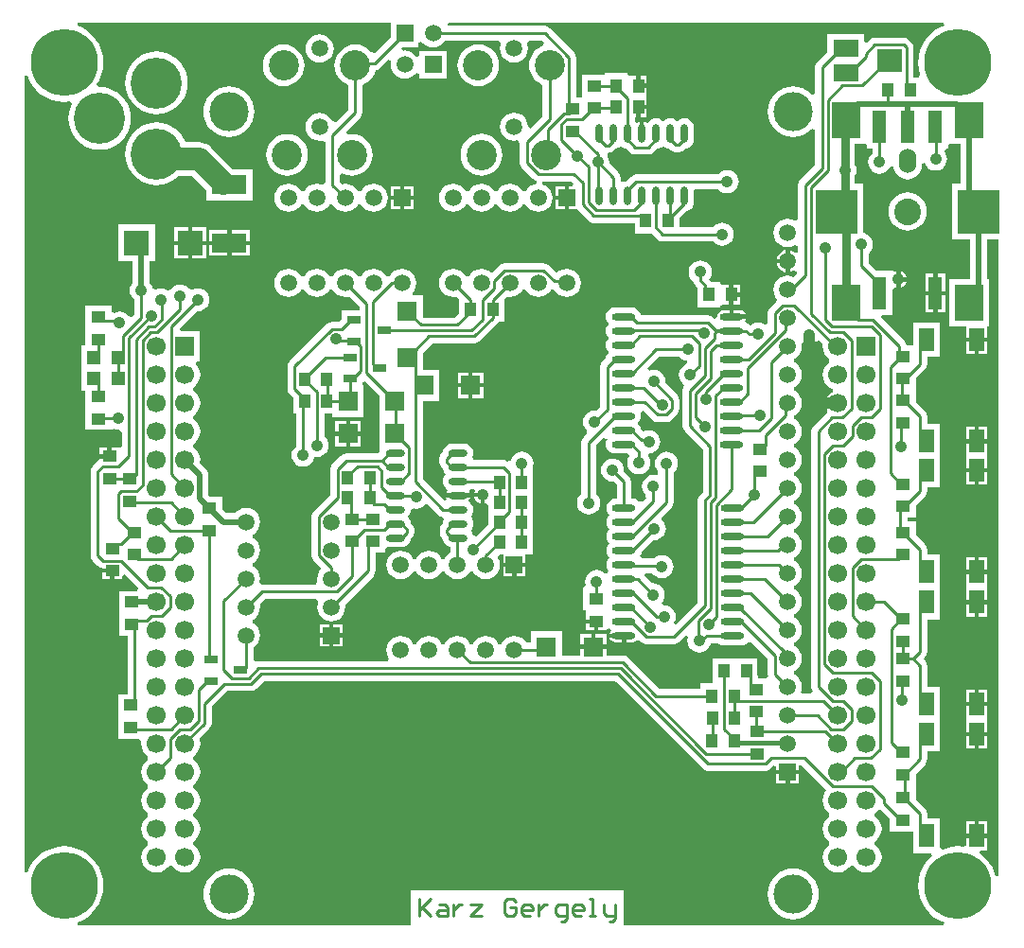
<source format=gtl>
G04*
G04 #@! TF.GenerationSoftware,Altium Limited,Altium Designer,19.0.12 (326)*
G04*
G04 Layer_Physical_Order=1*
G04 Layer_Color=255*
%FSLAX25Y25*%
%MOIN*%
G70*
G01*
G75*
%ADD12C,0.01000*%
%ADD47R,0.03937X0.05118*%
%ADD48R,0.12402X0.07008*%
%ADD49R,0.09055X0.07874*%
%ADD50R,0.09055X0.05906*%
%ADD51R,0.04724X0.02559*%
%ADD52R,0.05118X0.03937*%
%ADD53R,0.07087X0.07087*%
%ADD54O,0.02559X0.06693*%
%ADD55O,0.06693X0.02559*%
%ADD56O,0.08268X0.02559*%
%ADD57R,0.09843X0.12598*%
%ADD58R,0.14764X0.15748*%
%ADD59R,0.05118X0.11811*%
%ADD60R,0.07087X0.07087*%
%ADD61R,0.09055X0.09055*%
%ADD62R,0.04724X0.05118*%
%ADD63R,0.05512X0.08268*%
%ADD64C,0.02000*%
%ADD65C,0.03000*%
%ADD66C,0.04000*%
%ADD67C,0.01500*%
%ADD68C,0.08000*%
%ADD69C,0.05906*%
%ADD70C,0.05906*%
%ADD71R,0.05906X0.05906*%
%ADD72C,0.10630*%
%ADD73R,0.05906X0.05906*%
%ADD74R,0.05906X0.05906*%
%ADD75C,0.06693*%
%ADD76R,0.06693X0.06693*%
%ADD77C,0.18000*%
%ADD78O,0.06102X0.08661*%
%ADD79C,0.23622*%
%ADD80C,0.05866*%
%ADD81C,0.04100*%
%ADD82C,0.13780*%
%ADD83C,0.09409*%
G36*
X330003Y323034D02*
X328337Y322344D01*
X326483Y321208D01*
X324830Y319796D01*
X323418Y318143D01*
X322282Y316289D01*
X321450Y314281D01*
X320943Y312167D01*
X320772Y310000D01*
X320943Y307833D01*
X321441Y305759D01*
X321475Y305548D01*
X320948Y304759D01*
X319156D01*
Y315321D01*
X318962Y316297D01*
X318409Y317124D01*
X317531Y318002D01*
X316704Y318555D01*
X315728Y318749D01*
X305431D01*
X304455Y318555D01*
X303628Y318002D01*
X302677Y317051D01*
X301753Y317434D01*
Y320046D01*
X288698D01*
Y313746D01*
X285123Y310171D01*
X284570Y309344D01*
X284376Y308368D01*
Y299019D01*
X283376Y298662D01*
X283104Y298993D01*
X281750Y300104D01*
X280206Y300930D01*
X278530Y301438D01*
X276787Y301610D01*
X275045Y301438D01*
X273369Y300930D01*
X271825Y300104D01*
X270471Y298993D01*
X269360Y297640D01*
X268535Y296095D01*
X268026Y294420D01*
X267855Y292677D01*
X268026Y290934D01*
X268535Y289259D01*
X269360Y287714D01*
X270471Y286361D01*
X271825Y285250D01*
X273369Y284424D01*
X275045Y283916D01*
X276787Y283744D01*
X278530Y283916D01*
X280206Y284424D01*
X281750Y285250D01*
X283104Y286361D01*
X283376Y286693D01*
X284376Y286335D01*
Y273785D01*
X279198Y268606D01*
X278645Y267780D01*
X278451Y266804D01*
Y254716D01*
X277451Y254223D01*
X277317Y254326D01*
X276112Y254825D01*
X274819Y254995D01*
X273526Y254825D01*
X272321Y254326D01*
X271287Y253532D01*
X270493Y252498D01*
X269994Y251293D01*
X269823Y250000D01*
X269994Y248707D01*
X270493Y247502D01*
X271287Y246468D01*
X272321Y245674D01*
X273526Y245175D01*
X274819Y245005D01*
X276112Y245175D01*
X277317Y245674D01*
X277451Y245777D01*
X278451Y245284D01*
Y243402D01*
X278110Y243158D01*
X277451Y242963D01*
X276812Y243453D01*
X275851Y243851D01*
X275569Y243888D01*
Y240000D01*
Y236112D01*
X275851Y236149D01*
X276812Y236547D01*
X277131Y236791D01*
X278136Y236376D01*
X278172Y235714D01*
X276940Y234482D01*
X276112Y234825D01*
X274819Y234995D01*
X273526Y234825D01*
X272321Y234326D01*
X271287Y233532D01*
X270493Y232498D01*
X269994Y231293D01*
X269823Y230000D01*
X269994Y228707D01*
X270493Y227502D01*
X270745Y227173D01*
X271148Y226308D01*
X270646Y225729D01*
X268564Y223647D01*
X268011Y222820D01*
X267817Y221844D01*
Y218047D01*
X266817Y217573D01*
X266342Y217938D01*
X265357Y218346D01*
X264300Y218485D01*
X263243Y218346D01*
X262258Y217938D01*
X261696Y217507D01*
X261175Y217855D01*
X260346Y218020D01*
X259773Y218906D01*
X259904Y219322D01*
X260096Y219611D01*
X260124Y219750D01*
X255095D01*
Y220500D01*
X254345D01*
Y222824D01*
X252240D01*
X251351Y222647D01*
X250597Y222143D01*
X250093Y221389D01*
X249916Y220500D01*
X249959Y220284D01*
X249037Y219791D01*
X248676Y220152D01*
X247849Y220705D01*
X246873Y220899D01*
X223015D01*
X222955Y221356D01*
X222624Y222154D01*
X222099Y222839D01*
X221414Y223365D01*
X220616Y223695D01*
X219760Y223808D01*
X214051D01*
X213195Y223695D01*
X212397Y223365D01*
X211712Y222839D01*
X211187Y222154D01*
X210856Y221356D01*
X210743Y220500D01*
X210856Y219644D01*
X211187Y218846D01*
X211712Y218161D01*
Y217839D01*
X211187Y217154D01*
X210856Y216356D01*
X210743Y215500D01*
X210856Y214644D01*
X211187Y213846D01*
X211712Y213161D01*
Y212839D01*
X211187Y212154D01*
X210856Y211356D01*
X210743Y210500D01*
X210856Y209644D01*
X211187Y208846D01*
X211712Y208161D01*
Y207839D01*
X211187Y207154D01*
X210856Y206356D01*
X210788Y205842D01*
X209469Y204523D01*
X208917Y203696D01*
X208723Y202720D01*
Y188828D01*
X207224Y187329D01*
X206800Y187385D01*
X205743Y187246D01*
X204757Y186838D01*
X203911Y186188D01*
X203262Y185343D01*
X202854Y184357D01*
X202715Y183300D01*
X202854Y182243D01*
X203262Y181257D01*
X203911Y180412D01*
X204128Y180245D01*
X204194Y179247D01*
X202898Y177951D01*
X202345Y177124D01*
X202151Y176149D01*
Y157988D01*
X201812Y157728D01*
X201162Y156881D01*
X200754Y155896D01*
X200615Y154839D01*
X200754Y153782D01*
X201162Y152796D01*
X201812Y151951D01*
X202658Y151301D01*
X203643Y150893D01*
X204700Y150754D01*
X205757Y150893D01*
X206743Y151301D01*
X207589Y151951D01*
X208238Y152796D01*
X208646Y153782D01*
X208785Y154839D01*
X208646Y155896D01*
X208238Y156881D01*
X207589Y157728D01*
X207249Y157988D01*
Y175093D01*
X209872Y177716D01*
X211070Y177500D01*
X211213Y177188D01*
X211187Y177154D01*
X210856Y176356D01*
X210743Y175500D01*
X210856Y174644D01*
X211187Y173846D01*
X211712Y173161D01*
X212397Y172635D01*
X213195Y172305D01*
X214051Y172192D01*
X218484D01*
X218977Y171192D01*
X218862Y171043D01*
X218454Y170057D01*
X218315Y169000D01*
X218454Y167943D01*
X218862Y166957D01*
X219512Y166112D01*
X220357Y165462D01*
X221343Y165054D01*
X222400Y164915D01*
X223457Y165054D01*
X224443Y165462D01*
X225289Y166112D01*
X225938Y166957D01*
X226346Y167943D01*
X226485Y169000D01*
X226346Y170057D01*
X225938Y171043D01*
X225716Y171332D01*
X225777Y171657D01*
X226191Y172354D01*
X226957Y172455D01*
X227942Y172863D01*
X228788Y173512D01*
X229438Y174358D01*
X229846Y175344D01*
X229985Y176401D01*
X229846Y177458D01*
X229438Y178444D01*
X228788Y179289D01*
X227942Y179939D01*
X226957Y180347D01*
X225900Y180486D01*
X224843Y180347D01*
X223906Y179959D01*
X223023Y180842D01*
X222955Y181356D01*
X222624Y182154D01*
X222099Y182839D01*
Y183161D01*
X222624Y183846D01*
X222955Y184644D01*
X223068Y185500D01*
X222955Y186356D01*
X223585Y187381D01*
X223697Y187413D01*
X224050Y187325D01*
X227327Y184048D01*
X228154Y183495D01*
X229130Y183301D01*
X232070D01*
X233046Y183495D01*
X233873Y184048D01*
X235952Y186127D01*
X236505Y186954D01*
X236699Y187929D01*
Y191150D01*
X236505Y192125D01*
X235952Y192952D01*
X231629Y197276D01*
X231685Y197700D01*
X231546Y198757D01*
X231138Y199742D01*
X230488Y200588D01*
X229643Y201238D01*
X228657Y201646D01*
X227600Y201785D01*
X226543Y201646D01*
X226034Y201435D01*
X225467Y202283D01*
X229536Y206351D01*
X236651D01*
X236912Y206012D01*
X237757Y205362D01*
X238743Y204954D01*
X239472Y204858D01*
Y203850D01*
X239443Y203846D01*
X238457Y203438D01*
X237612Y202788D01*
X236962Y201942D01*
X236554Y200957D01*
X236415Y199900D01*
X236554Y198843D01*
X236962Y197857D01*
X237612Y197011D01*
X237874Y196810D01*
X238407Y196224D01*
X238115Y195422D01*
X237995Y195242D01*
X237801Y194267D01*
Y181930D01*
X237995Y180954D01*
X238548Y180127D01*
X244901Y173774D01*
Y158601D01*
X243898Y157598D01*
X243345Y156771D01*
X243151Y155796D01*
Y119605D01*
X235420Y111873D01*
X234666Y112534D01*
X234838Y112758D01*
X235246Y113743D01*
X235385Y114800D01*
X235246Y115857D01*
X234838Y116842D01*
X234189Y117689D01*
X233343Y118338D01*
X232357Y118746D01*
X231300Y118885D01*
X230906Y118833D01*
X230620Y119194D01*
X230416Y119777D01*
X230938Y120457D01*
X231346Y121443D01*
X231485Y122500D01*
X231346Y123557D01*
X230938Y124542D01*
X230289Y125389D01*
X229443Y126038D01*
X228457Y126446D01*
X227400Y126585D01*
X226976Y126529D01*
X224328Y129176D01*
X224743Y130176D01*
X227101D01*
X227611Y129511D01*
X228457Y128862D01*
X229443Y128454D01*
X230500Y128315D01*
X231557Y128454D01*
X232542Y128862D01*
X233388Y129511D01*
X234038Y130358D01*
X234446Y131343D01*
X234585Y132400D01*
X234446Y133457D01*
X234038Y134442D01*
X233388Y135289D01*
X232542Y135938D01*
X231557Y136346D01*
X230500Y136485D01*
X229443Y136346D01*
X228457Y135938D01*
X227611Y135289D01*
X227601Y135274D01*
X223320D01*
X222827Y136274D01*
X222828Y136275D01*
X222900Y136370D01*
X223231Y137168D01*
X223295Y137660D01*
X227383Y141747D01*
X227807Y141692D01*
X228865Y141831D01*
X229850Y142239D01*
X230696Y142888D01*
X231345Y143734D01*
X231753Y144719D01*
X231892Y145776D01*
X231753Y146834D01*
X231345Y147819D01*
X230696Y148665D01*
X230496Y148818D01*
X230431Y149816D01*
X233902Y153287D01*
X234455Y154114D01*
X234649Y155090D01*
Y165651D01*
X234988Y165911D01*
X235638Y166758D01*
X236046Y167743D01*
X236185Y168800D01*
X236046Y169857D01*
X235638Y170843D01*
X234988Y171688D01*
X234142Y172338D01*
X233157Y172746D01*
X232100Y172885D01*
X231043Y172746D01*
X230058Y172338D01*
X229211Y171688D01*
X228562Y170843D01*
X228154Y169857D01*
X228015Y168800D01*
X228154Y167743D01*
X228562Y166758D01*
X229093Y166066D01*
X229115Y165429D01*
X228997Y164843D01*
X228557Y164546D01*
X227500Y164685D01*
X226443Y164546D01*
X225458Y164138D01*
X224611Y163488D01*
X223962Y162643D01*
X223554Y161657D01*
X223415Y160600D01*
X223554Y159543D01*
X223962Y158557D01*
X224611Y157712D01*
X224872Y157511D01*
X224912Y156505D01*
X223693Y155286D01*
X222374Y155363D01*
X221689Y155888D01*
X220892Y156219D01*
X220035Y156331D01*
X219730D01*
Y162319D01*
X219536Y163294D01*
X218984Y164121D01*
X217129Y165976D01*
X217185Y166400D01*
X217046Y167457D01*
X216638Y168442D01*
X215988Y169289D01*
X215142Y169938D01*
X214157Y170346D01*
X213100Y170485D01*
X212043Y170346D01*
X211057Y169938D01*
X210211Y169289D01*
X209562Y168442D01*
X209154Y167457D01*
X209015Y166400D01*
X209154Y165343D01*
X209562Y164357D01*
X210211Y163512D01*
X211057Y162862D01*
X212043Y162454D01*
X213100Y162315D01*
X213524Y162371D01*
X214632Y161263D01*
Y156331D01*
X214327D01*
X213471Y156219D01*
X212673Y155888D01*
X211988Y155363D01*
X211462Y154677D01*
X211132Y153880D01*
X211019Y153024D01*
X211132Y152167D01*
X211462Y151370D01*
X211535Y151275D01*
X211908Y150524D01*
X211535Y149772D01*
X211462Y149678D01*
X211132Y148880D01*
X211019Y148024D01*
X211132Y147168D01*
X211462Y146370D01*
X211535Y146275D01*
X211908Y145524D01*
X211535Y144772D01*
X211462Y144677D01*
X211132Y143880D01*
X211019Y143024D01*
X211132Y142167D01*
X211462Y141370D01*
X211535Y141275D01*
X211908Y140524D01*
X211535Y139772D01*
X211462Y139678D01*
X211132Y138880D01*
X211019Y138024D01*
X211132Y137168D01*
X211462Y136370D01*
X211535Y136275D01*
X211908Y135524D01*
X211535Y134772D01*
X211462Y134678D01*
X211132Y133880D01*
X211019Y133024D01*
X211132Y132167D01*
X211462Y131370D01*
X211535Y131275D01*
X211735Y130872D01*
X211361Y130151D01*
X210313Y130047D01*
X209542Y130638D01*
X208557Y131046D01*
X207500Y131185D01*
X206443Y131046D01*
X205457Y130638D01*
X204611Y129989D01*
X203962Y129142D01*
X203554Y128157D01*
X203415Y127100D01*
X203554Y126043D01*
X203611Y125906D01*
X202943Y124906D01*
X202826D01*
Y116969D01*
X203674D01*
X203826Y116032D01*
X203826Y115969D01*
Y113813D01*
X207385D01*
Y113063D01*
X208135D01*
Y110094D01*
X210945D01*
Y110402D01*
X211945Y110741D01*
X211988Y110685D01*
X212183Y110535D01*
X212577Y109852D01*
X212372Y109201D01*
X212179Y108913D01*
X212152Y108774D01*
X217181D01*
Y108024D01*
X217931D01*
Y105699D01*
X220035D01*
X220925Y105876D01*
X221679Y106380D01*
X222513Y106462D01*
X223227Y105748D01*
X224054Y105195D01*
X225030Y105001D01*
X234701D01*
X235677Y105195D01*
X236504Y105748D01*
X238967Y108211D01*
X239815Y107644D01*
X239654Y107257D01*
X239515Y106200D01*
X239654Y105143D01*
X240062Y104157D01*
X240711Y103312D01*
X241558Y102662D01*
X242543Y102254D01*
X243600Y102115D01*
X244657Y102254D01*
X245642Y102662D01*
X246488Y103312D01*
X247138Y104157D01*
X247546Y105143D01*
X247589Y105475D01*
X250450D01*
X250862Y105159D01*
X251660Y104829D01*
X252516Y104716D01*
X258224D01*
X259081Y104829D01*
X259878Y105159D01*
X260563Y105685D01*
X261882Y105761D01*
X267817Y99826D01*
Y94453D01*
X267886Y94105D01*
X267148Y93106D01*
X264254D01*
Y94131D01*
X264206Y94378D01*
Y100159D01*
X248394D01*
Y91359D01*
X244094D01*
Y89349D01*
X229598D01*
X218598Y100350D01*
X217771Y100902D01*
X216795Y101096D01*
X210879D01*
Y103350D01*
X201792D01*
Y101096D01*
X195343D01*
Y109643D01*
X184257D01*
Y105549D01*
X182787D01*
X182032Y106532D01*
X180998Y107326D01*
X179793Y107825D01*
X178500Y107995D01*
X177207Y107825D01*
X176002Y107326D01*
X174968Y106532D01*
X174174Y105498D01*
X174041Y105178D01*
X172959D01*
X172826Y105498D01*
X172032Y106532D01*
X170998Y107326D01*
X169793Y107825D01*
X168500Y107995D01*
X167207Y107825D01*
X166002Y107326D01*
X164968Y106532D01*
X164174Y105498D01*
X164041Y105178D01*
X162959D01*
X162826Y105498D01*
X162032Y106532D01*
X160998Y107326D01*
X159793Y107825D01*
X158500Y107995D01*
X157207Y107825D01*
X156002Y107326D01*
X154968Y106532D01*
X154174Y105498D01*
X154041Y105178D01*
X152959D01*
X152826Y105498D01*
X152032Y106532D01*
X150998Y107326D01*
X149793Y107825D01*
X148500Y107995D01*
X147207Y107825D01*
X146002Y107326D01*
X144968Y106532D01*
X144174Y105498D01*
X144041Y105178D01*
X142959D01*
X142826Y105498D01*
X142032Y106532D01*
X140998Y107326D01*
X139793Y107825D01*
X138500Y107995D01*
X137207Y107825D01*
X136002Y107326D01*
X134968Y106532D01*
X134174Y105498D01*
X133675Y104293D01*
X133504Y103000D01*
X133675Y101707D01*
X134174Y100502D01*
X134485Y100096D01*
X133992Y99096D01*
X88435D01*
X87596Y98930D01*
X87239Y99062D01*
X86597Y99528D01*
Y103881D01*
X87580Y104635D01*
X88374Y105670D01*
X88873Y106875D01*
X89043Y108168D01*
X88873Y109461D01*
X88374Y110665D01*
X87580Y111700D01*
X86545Y112494D01*
X86225Y112627D01*
Y113709D01*
X86545Y113841D01*
X87580Y114635D01*
X88374Y115670D01*
X88873Y116875D01*
X89043Y118168D01*
X88922Y119085D01*
X90803Y120966D01*
X108763D01*
X109432Y119966D01*
X109222Y119461D01*
X109052Y118168D01*
X109222Y116875D01*
X109721Y115670D01*
X110515Y114635D01*
X111550Y113841D01*
X112754Y113342D01*
X114048Y113172D01*
X115340Y113342D01*
X116545Y113841D01*
X117580Y114635D01*
X118374Y115670D01*
X118873Y116875D01*
X119043Y118168D01*
X118922Y119085D01*
X128919Y129082D01*
X129472Y129909D01*
X129666Y130884D01*
Y137248D01*
X133159D01*
Y138581D01*
X134159Y139251D01*
X134609Y139192D01*
X138743D01*
X139599Y139305D01*
X140397Y139635D01*
X141082Y140161D01*
X141608Y140846D01*
X141938Y141644D01*
X142006Y142158D01*
X142532Y142683D01*
X143084Y143510D01*
X143278Y144486D01*
Y145514D01*
X143084Y146490D01*
X142532Y147317D01*
X142006Y147842D01*
X141938Y148356D01*
X141608Y149154D01*
X141535Y149248D01*
X141162Y150000D01*
X141535Y150752D01*
X141608Y150846D01*
X141938Y151644D01*
X142019Y152254D01*
X142702Y152832D01*
X142923Y152944D01*
X143001Y152947D01*
X144000Y152815D01*
X145057Y152954D01*
X146043Y153362D01*
X146888Y154011D01*
X147041Y154211D01*
X148039Y154276D01*
X151618Y150698D01*
X152445Y150145D01*
X153180Y149999D01*
X153555Y149481D01*
X153556Y149479D01*
X153708Y148951D01*
X153462Y148356D01*
X153361Y147592D01*
X152998Y147228D01*
X152445Y146401D01*
X152251Y145426D01*
Y144300D01*
X152445Y143324D01*
X152998Y142498D01*
X153402Y142093D01*
X153462Y141644D01*
X153792Y140846D01*
X154318Y140161D01*
X155003Y139635D01*
X155801Y139305D01*
X155951Y139285D01*
Y137287D01*
X154968Y136532D01*
X154174Y135498D01*
X154041Y135178D01*
X152959D01*
X152826Y135498D01*
X152032Y136532D01*
X150998Y137326D01*
X149793Y137825D01*
X148500Y137996D01*
X147207Y137825D01*
X146002Y137326D01*
X144968Y136532D01*
X144174Y135498D01*
X144041Y135178D01*
X142959D01*
X142826Y135498D01*
X142032Y136532D01*
X140998Y137326D01*
X139793Y137825D01*
X138500Y137996D01*
X137207Y137825D01*
X136002Y137326D01*
X134968Y136532D01*
X134174Y135498D01*
X133675Y134293D01*
X133504Y133000D01*
X133675Y131707D01*
X134174Y130502D01*
X134968Y129468D01*
X136002Y128674D01*
X137207Y128175D01*
X138500Y128005D01*
X139793Y128175D01*
X140998Y128674D01*
X142032Y129468D01*
X142826Y130502D01*
X142959Y130822D01*
X144041D01*
X144174Y130502D01*
X144968Y129468D01*
X146002Y128674D01*
X147207Y128175D01*
X148500Y128005D01*
X149793Y128175D01*
X150998Y128674D01*
X152032Y129468D01*
X152826Y130502D01*
X152959Y130822D01*
X154041D01*
X154174Y130502D01*
X154968Y129468D01*
X156002Y128674D01*
X157207Y128175D01*
X158500Y128005D01*
X159793Y128175D01*
X160998Y128674D01*
X162032Y129468D01*
X162826Y130502D01*
X162959Y130822D01*
X164041D01*
X164174Y130502D01*
X164968Y129468D01*
X166002Y128674D01*
X167207Y128175D01*
X168500Y128005D01*
X169793Y128175D01*
X170998Y128674D01*
X172032Y129468D01*
X172826Y130502D01*
X173325Y131707D01*
X173495Y133000D01*
X173325Y134293D01*
X172826Y135498D01*
X172793Y135541D01*
X173286Y136541D01*
X174547D01*
Y133750D01*
X178500D01*
X182453D01*
Y136541D01*
X185119D01*
Y145659D01*
X185106D01*
Y150541D01*
Y157541D01*
X185143D01*
Y166659D01*
X185143Y166659D01*
X185143D01*
X185111Y167659D01*
X185146Y167743D01*
X185285Y168800D01*
X185146Y169857D01*
X184738Y170843D01*
X184089Y171688D01*
X183242Y172338D01*
X182257Y172746D01*
X181200Y172885D01*
X180143Y172746D01*
X179157Y172338D01*
X178312Y171688D01*
X177662Y170843D01*
X177254Y169857D01*
X177249Y169819D01*
X176783Y169551D01*
X176187Y169412D01*
X175524Y169855D01*
X174549Y170049D01*
X164304D01*
X164012Y170408D01*
X163739Y171049D01*
X163986Y171644D01*
X164098Y172500D01*
X163986Y173356D01*
X163655Y174154D01*
X163129Y174839D01*
X162444Y175365D01*
X161647Y175695D01*
X160791Y175808D01*
X156657D01*
X155801Y175695D01*
X155003Y175365D01*
X154318Y174839D01*
X153792Y174154D01*
X153462Y173356D01*
X153394Y172842D01*
X152798Y172246D01*
X152245Y171419D01*
X152051Y170443D01*
Y169400D01*
X152245Y168424D01*
X152798Y167598D01*
X153418Y166978D01*
X153462Y166644D01*
X153792Y165846D01*
X153865Y165752D01*
X154238Y165000D01*
X153865Y164248D01*
X153792Y164154D01*
X153462Y163356D01*
X153349Y162500D01*
X153462Y161644D01*
X153792Y160846D01*
X154318Y160161D01*
X154513Y160012D01*
X154906Y159329D01*
X154702Y158677D01*
X154509Y158389D01*
X154482Y158250D01*
X158724D01*
X162966D01*
X162938Y158389D01*
X162745Y158677D01*
X162608Y159116D01*
X163088Y159779D01*
X164124Y159792D01*
X164304Y159561D01*
X164558Y158951D01*
X164329Y158396D01*
X164322Y158350D01*
X167300D01*
Y157600D01*
X168050D01*
Y154622D01*
X168096Y154629D01*
X168295Y154711D01*
X169295Y154086D01*
Y150541D01*
Y147372D01*
X165027Y143105D01*
X164281Y143285D01*
X163950Y143442D01*
X163655Y144154D01*
X163583Y144248D01*
X163209Y145000D01*
X163583Y145752D01*
X163655Y145846D01*
X163986Y146644D01*
X164098Y147500D01*
X163986Y148356D01*
X163655Y149154D01*
X163583Y149248D01*
X163209Y150000D01*
X163583Y150752D01*
X163655Y150846D01*
X163986Y151644D01*
X164098Y152500D01*
X163986Y153356D01*
X163655Y154154D01*
X163129Y154839D01*
X162935Y154988D01*
X162541Y155671D01*
X162745Y156323D01*
X162938Y156611D01*
X162966Y156750D01*
X158724D01*
X154482D01*
X154509Y156611D01*
X154702Y156323D01*
X154741Y156199D01*
X153998Y155528D01*
X146247Y163278D01*
Y190757D01*
X152108D01*
Y201843D01*
X146272D01*
Y207668D01*
X149596Y210991D01*
X164365D01*
X165341Y211185D01*
X166168Y211738D01*
X172739Y218309D01*
X172894Y218541D01*
X174890D01*
Y226627D01*
X175771Y227509D01*
X177000Y227347D01*
X178293Y227517D01*
X179498Y228016D01*
X180532Y228810D01*
X181326Y229845D01*
X181459Y230165D01*
X182541D01*
X182674Y229845D01*
X183468Y228810D01*
X184502Y228016D01*
X185707Y227517D01*
X187000Y227347D01*
X188293Y227517D01*
X189498Y228016D01*
X190532Y228810D01*
X191326Y229845D01*
X191459Y230165D01*
X192541D01*
X192674Y229845D01*
X193468Y228810D01*
X194502Y228016D01*
X195707Y227517D01*
X197000Y227347D01*
X198293Y227517D01*
X199498Y228016D01*
X200532Y228810D01*
X201326Y229845D01*
X201825Y231050D01*
X201995Y232343D01*
X201825Y233635D01*
X201326Y234840D01*
X200532Y235875D01*
X199498Y236669D01*
X198293Y237168D01*
X197000Y237338D01*
X195707Y237168D01*
X194502Y236669D01*
X193468Y235875D01*
X193376Y235869D01*
X190647Y238598D01*
X189820Y239150D01*
X188844Y239344D01*
X175156D01*
X174180Y239150D01*
X173353Y238598D01*
X170624Y235869D01*
X170532Y235875D01*
X169498Y236669D01*
X168293Y237168D01*
X167000Y237338D01*
X165707Y237168D01*
X164502Y236669D01*
X163468Y235875D01*
X162674Y234840D01*
X162541Y234520D01*
X161459D01*
X161326Y234840D01*
X160532Y235875D01*
X159498Y236669D01*
X158293Y237168D01*
X157000Y237338D01*
X155707Y237168D01*
X154502Y236669D01*
X153468Y235875D01*
X152674Y234840D01*
X152175Y233635D01*
X152005Y232343D01*
X152175Y231050D01*
X152674Y229845D01*
X153468Y228810D01*
X154502Y228016D01*
X155707Y227517D01*
X157000Y227347D01*
X158229Y227509D01*
X159079Y226659D01*
Y221783D01*
X157384Y220089D01*
X146680D01*
X146272Y220497D01*
Y227979D01*
X143091D01*
X142833Y228363D01*
X142662Y228979D01*
X143326Y229845D01*
X143825Y231050D01*
X143995Y232343D01*
X143825Y233635D01*
X143326Y234840D01*
X142532Y235875D01*
X141498Y236669D01*
X140293Y237168D01*
X139000Y237338D01*
X137707Y237168D01*
X136502Y236669D01*
X135468Y235875D01*
X134674Y234840D01*
X134641Y234761D01*
X134322Y234698D01*
X134158Y234588D01*
X133326Y234840D01*
X132532Y235875D01*
X131498Y236669D01*
X130293Y237168D01*
X129000Y237338D01*
X127707Y237168D01*
X126502Y236669D01*
X125468Y235875D01*
X124674Y234840D01*
X124541Y234520D01*
X123459D01*
X123326Y234840D01*
X122532Y235875D01*
X121498Y236669D01*
X120293Y237168D01*
X119000Y237338D01*
X117707Y237168D01*
X116502Y236669D01*
X115468Y235875D01*
X114674Y234840D01*
X114541Y234520D01*
X113459D01*
X113326Y234840D01*
X112532Y235875D01*
X111498Y236669D01*
X110293Y237168D01*
X109000Y237338D01*
X107707Y237168D01*
X106502Y236669D01*
X105468Y235875D01*
X104674Y234840D01*
X104541Y234520D01*
X103459D01*
X103326Y234840D01*
X102532Y235875D01*
X101498Y236669D01*
X100293Y237168D01*
X99000Y237338D01*
X97707Y237168D01*
X96502Y236669D01*
X95468Y235875D01*
X94674Y234840D01*
X94175Y233635D01*
X94004Y232343D01*
X94175Y231050D01*
X94674Y229845D01*
X95468Y228810D01*
X96502Y228016D01*
X97707Y227517D01*
X99000Y227347D01*
X100293Y227517D01*
X101498Y228016D01*
X102532Y228810D01*
X103326Y229845D01*
X103459Y230165D01*
X104541D01*
X104674Y229845D01*
X105468Y228810D01*
X106502Y228016D01*
X107707Y227517D01*
X109000Y227347D01*
X110293Y227517D01*
X111498Y228016D01*
X112532Y228810D01*
X113326Y229845D01*
X113459Y230165D01*
X114541D01*
X114674Y229845D01*
X115468Y228810D01*
X116502Y228016D01*
X117707Y227517D01*
X119000Y227347D01*
X120229Y227509D01*
X123889Y223849D01*
Y222560D01*
X117738D01*
Y219606D01*
X116771Y218639D01*
X114245D01*
X113269Y218445D01*
X112442Y217893D01*
X99392Y204842D01*
X98839Y204015D01*
X98646Y203040D01*
Y195020D01*
X98839Y194044D01*
X99392Y193217D01*
X100271Y192339D01*
X100278Y192334D01*
X100695Y191917D01*
Y186204D01*
X101551D01*
Y174749D01*
X101212Y174488D01*
X100562Y173643D01*
X100154Y172657D01*
X100015Y171600D01*
X100154Y170543D01*
X100562Y169557D01*
X101212Y168711D01*
X102058Y168062D01*
X103043Y167654D01*
X104100Y167515D01*
X105157Y167654D01*
X106142Y168062D01*
X106989Y168711D01*
X107638Y169557D01*
X108046Y170543D01*
X108125Y171143D01*
X109100Y171015D01*
X110157Y171154D01*
X111143Y171562D01*
X111988Y172212D01*
X112638Y173057D01*
X113046Y174043D01*
X113185Y175100D01*
X113046Y176157D01*
X112638Y177143D01*
X111988Y177989D01*
X111618Y178273D01*
Y186204D01*
X114429D01*
Y185159D01*
X125516D01*
Y196246D01*
X124938D01*
Y197253D01*
X125938Y197668D01*
X130965Y192641D01*
Y185159D01*
X130965D01*
Y184746D01*
X130965D01*
Y173659D01*
X130965Y173659D01*
X131085Y173054D01*
X130354Y172208D01*
X119236D01*
X118261Y172014D01*
X117434Y171461D01*
X114498Y168525D01*
X113945Y167698D01*
X113751Y166723D01*
Y157773D01*
X107792Y151814D01*
X107240Y150988D01*
X107046Y150012D01*
Y136323D01*
X107240Y135348D01*
X107792Y134521D01*
X110521Y131792D01*
X110515Y131700D01*
X109721Y130665D01*
X109222Y129461D01*
X109052Y128168D01*
X109197Y127064D01*
X108679Y126064D01*
X89747D01*
X89608Y126036D01*
X88873Y126875D01*
X89043Y128168D01*
X88873Y129461D01*
X88374Y130665D01*
X87580Y131700D01*
X86545Y132494D01*
X86225Y132626D01*
Y133709D01*
X86545Y133841D01*
X87580Y134635D01*
X88374Y135670D01*
X88873Y136875D01*
X89043Y138168D01*
X88873Y139461D01*
X88374Y140665D01*
X87580Y141700D01*
X86545Y142494D01*
X86225Y142627D01*
Y143709D01*
X86545Y143841D01*
X87580Y144635D01*
X88374Y145670D01*
X88873Y146875D01*
X89043Y148168D01*
X88873Y149461D01*
X88374Y150665D01*
X87580Y151700D01*
X86545Y152494D01*
X85340Y152993D01*
X84048Y153163D01*
X82754Y152993D01*
X81550Y152494D01*
X80515Y151700D01*
X80127Y151194D01*
X77160D01*
X75659Y152694D01*
Y156942D01*
X71411D01*
X70872Y157481D01*
Y164654D01*
X70872Y164654D01*
X70769Y165437D01*
X70467Y166166D01*
X69986Y166793D01*
X69986Y166793D01*
X67763Y169016D01*
X67893Y170000D01*
X67709Y171396D01*
X67170Y172696D01*
X66313Y173813D01*
X65554Y174396D01*
X65483Y174581D01*
Y175419D01*
X65554Y175604D01*
X66313Y176187D01*
X67170Y177304D01*
X67709Y178604D01*
X67893Y180000D01*
X67709Y181396D01*
X67170Y182696D01*
X66313Y183813D01*
X65554Y184396D01*
X65483Y184581D01*
Y185419D01*
X65554Y185604D01*
X66313Y186187D01*
X67170Y187304D01*
X67709Y188604D01*
X67893Y190000D01*
X67709Y191396D01*
X67170Y192696D01*
X66313Y193813D01*
X65554Y194396D01*
X65483Y194581D01*
Y195419D01*
X65554Y195604D01*
X66313Y196187D01*
X67170Y197304D01*
X67709Y198604D01*
X67893Y200000D01*
X67709Y201396D01*
X67170Y202696D01*
X66436Y203654D01*
X66705Y204654D01*
X67847D01*
Y215347D01*
X61066D01*
X60651Y216347D01*
X66676Y222371D01*
X67100Y222315D01*
X68157Y222454D01*
X69143Y222862D01*
X69989Y223512D01*
X70638Y224358D01*
X71046Y225343D01*
X71185Y226400D01*
X71046Y227457D01*
X70638Y228443D01*
X69989Y229289D01*
X69143Y229938D01*
X68157Y230346D01*
X67100Y230485D01*
X66043Y230346D01*
X65057Y229938D01*
X63892Y230304D01*
X63688Y230568D01*
X62843Y231217D01*
X61857Y231625D01*
X60800Y231765D01*
X59743Y231625D01*
X58758Y231217D01*
X57911Y230568D01*
X57515Y230051D01*
X56498Y229783D01*
X56215Y229806D01*
X56042Y229938D01*
X55057Y230346D01*
X54000Y230485D01*
X52943Y230346D01*
X52171Y230026D01*
X51477Y230272D01*
X51095Y230537D01*
X51053Y230857D01*
X50645Y231842D01*
X50133Y232509D01*
Y239872D01*
X52030D01*
Y252928D01*
X38975D01*
Y239872D01*
X44082D01*
Y232509D01*
X43570Y231842D01*
X43162Y230857D01*
X43023Y229800D01*
X43162Y228743D01*
X43570Y227758D01*
X44219Y226911D01*
X44558Y226651D01*
Y221168D01*
X43809Y220487D01*
X42715Y220663D01*
X42388Y221089D01*
X41543Y221738D01*
X40557Y222146D01*
X39500Y222285D01*
X38443Y222146D01*
X37659Y221821D01*
X37020Y222092D01*
X36659Y222386D01*
Y224342D01*
X27541D01*
Y216406D01*
Y210459D01*
X25938D01*
Y201341D01*
Y194241D01*
X27541D01*
Y188406D01*
Y180532D01*
X36659D01*
Y180532D01*
X37659Y180913D01*
X38043Y180754D01*
X39100Y180615D01*
X39275Y180638D01*
X40275Y179761D01*
Y174625D01*
X39459Y174179D01*
X36650D01*
Y171211D01*
X35900D01*
Y170461D01*
X32341D01*
Y169870D01*
X31854Y169545D01*
X30038Y167729D01*
X29486Y166902D01*
X29292Y165927D01*
Y136247D01*
X29486Y135272D01*
X30038Y134445D01*
X31854Y132629D01*
X32681Y132077D01*
X33341Y131945D01*
Y131713D01*
X36900D01*
Y130963D01*
X37650D01*
Y127995D01*
X40459D01*
Y129141D01*
X41383Y129524D01*
X46164Y124743D01*
X45782Y123819D01*
X39241D01*
Y115882D01*
Y108008D01*
X42251D01*
Y87506D01*
X38941D01*
Y79568D01*
Y71694D01*
X46397D01*
X47199Y70695D01*
X47107Y70000D01*
X47291Y68604D01*
X47830Y67304D01*
X48687Y66187D01*
X49446Y65604D01*
X49517Y65419D01*
Y64581D01*
X49446Y64396D01*
X48687Y63813D01*
X47830Y62696D01*
X47291Y61396D01*
X47107Y60000D01*
X47291Y58604D01*
X47830Y57304D01*
X48687Y56187D01*
X49446Y55604D01*
X49517Y55419D01*
Y54581D01*
X49446Y54396D01*
X48687Y53813D01*
X47830Y52696D01*
X47291Y51396D01*
X47107Y50000D01*
X47291Y48604D01*
X47830Y47304D01*
X48687Y46187D01*
X49446Y45604D01*
X49517Y45419D01*
Y44581D01*
X49446Y44396D01*
X48687Y43813D01*
X47830Y42696D01*
X47291Y41396D01*
X47107Y40000D01*
X47291Y38604D01*
X47830Y37304D01*
X48687Y36187D01*
X49446Y35604D01*
X49517Y35419D01*
Y34581D01*
X49446Y34396D01*
X48687Y33813D01*
X47830Y32696D01*
X47291Y31396D01*
X47107Y30000D01*
X47291Y28604D01*
X47830Y27304D01*
X48687Y26187D01*
X49804Y25330D01*
X51104Y24791D01*
X52500Y24607D01*
X53896Y24791D01*
X55196Y25330D01*
X56313Y26187D01*
X56896Y26946D01*
X57081Y27017D01*
X57919D01*
X58104Y26946D01*
X58687Y26187D01*
X59804Y25330D01*
X61104Y24791D01*
X62500Y24607D01*
X63896Y24791D01*
X65196Y25330D01*
X66313Y26187D01*
X67170Y27304D01*
X67709Y28604D01*
X67893Y30000D01*
X67709Y31396D01*
X67170Y32696D01*
X66313Y33813D01*
X65554Y34396D01*
X65483Y34581D01*
Y35419D01*
X65554Y35604D01*
X66313Y36187D01*
X67170Y37304D01*
X67709Y38604D01*
X67893Y40000D01*
X67709Y41396D01*
X67170Y42696D01*
X66313Y43813D01*
X65554Y44396D01*
X65483Y44581D01*
Y45419D01*
X65554Y45604D01*
X66313Y46187D01*
X67170Y47304D01*
X67709Y48604D01*
X67893Y50000D01*
X67709Y51396D01*
X67170Y52696D01*
X66313Y53813D01*
X65554Y54396D01*
X65483Y54581D01*
Y55419D01*
X65554Y55604D01*
X66313Y56187D01*
X67170Y57304D01*
X67709Y58604D01*
X67893Y60000D01*
X67709Y61396D01*
X67170Y62696D01*
X66313Y63813D01*
X65554Y64396D01*
X65483Y64581D01*
Y65419D01*
X65554Y65604D01*
X66313Y66187D01*
X67170Y67304D01*
X67709Y68604D01*
X67893Y70000D01*
X67709Y71396D01*
X67555Y71768D01*
X71149Y75362D01*
X71701Y76189D01*
X71895Y77164D01*
Y83112D01*
X77355Y88572D01*
X85836D01*
X86812Y88766D01*
X87639Y89318D01*
X90319Y91998D01*
X214083D01*
X244889Y61192D01*
X245716Y60640D01*
X246691Y60445D01*
X267076D01*
X268051Y60640D01*
X268878Y61192D01*
X269866Y62180D01*
X270866Y62014D01*
Y60750D01*
X274819D01*
X278772D01*
Y62230D01*
X279772Y62270D01*
X288488Y53554D01*
X287830Y52696D01*
X287291Y51396D01*
X287107Y50000D01*
X287291Y48604D01*
X287830Y47304D01*
X288687Y46187D01*
X289446Y45604D01*
X289517Y45419D01*
Y44581D01*
X289446Y44396D01*
X288687Y43813D01*
X287830Y42696D01*
X287291Y41396D01*
X287107Y40000D01*
X287291Y38604D01*
X287830Y37304D01*
X288687Y36187D01*
X289446Y35604D01*
X289517Y35419D01*
Y34581D01*
X289446Y34396D01*
X288687Y33813D01*
X287830Y32696D01*
X287291Y31396D01*
X287107Y30000D01*
X287291Y28604D01*
X287830Y27304D01*
X288687Y26187D01*
X289804Y25330D01*
X291104Y24791D01*
X292500Y24607D01*
X293896Y24791D01*
X295196Y25330D01*
X296313Y26187D01*
X296896Y26946D01*
X297081Y27017D01*
X297919D01*
X298104Y26946D01*
X298687Y26187D01*
X299804Y25330D01*
X301104Y24791D01*
X302500Y24607D01*
X303896Y24791D01*
X305196Y25330D01*
X306313Y26187D01*
X307170Y27304D01*
X307709Y28604D01*
X307893Y30000D01*
X307709Y31396D01*
X307170Y32696D01*
X306313Y33813D01*
X305554Y34396D01*
X305483Y34581D01*
Y35419D01*
X305554Y35604D01*
X306313Y36187D01*
X307170Y37304D01*
X307709Y38604D01*
X307893Y40000D01*
X307709Y41396D01*
X307170Y42696D01*
X306313Y43813D01*
X305554Y44396D01*
X305483Y44581D01*
Y45419D01*
X305554Y45604D01*
X306313Y46187D01*
X306619Y46585D01*
X307617Y46651D01*
X310841Y43427D01*
Y39094D01*
X318886D01*
Y31453D01*
X325230D01*
X325599Y30453D01*
X324830Y29796D01*
X323418Y28143D01*
X322282Y26289D01*
X321450Y24281D01*
X320943Y22167D01*
X320772Y20000D01*
X320943Y17833D01*
X321450Y15719D01*
X322282Y13711D01*
X323418Y11857D01*
X324830Y10204D01*
X326483Y8792D01*
X328337Y7656D01*
X330003Y6966D01*
X329805Y5966D01*
X217078D01*
Y18198D01*
X142100D01*
Y5966D01*
X24821D01*
X24622Y6966D01*
X26289Y7656D01*
X28143Y8792D01*
X29796Y10204D01*
X31208Y11857D01*
X32344Y13711D01*
X33176Y15719D01*
X33683Y17833D01*
X33854Y20000D01*
X33683Y22167D01*
X33176Y24281D01*
X32344Y26289D01*
X31208Y28143D01*
X29796Y29796D01*
X28143Y31208D01*
X26289Y32344D01*
X24281Y33176D01*
X22167Y33683D01*
X20000Y33854D01*
X17833Y33683D01*
X15719Y33176D01*
X13711Y32344D01*
X11857Y31208D01*
X10204Y29796D01*
X8792Y28143D01*
X7656Y26289D01*
X6966Y24622D01*
X5966Y24821D01*
Y305179D01*
X6966Y305378D01*
X7656Y303711D01*
X8792Y301857D01*
X10204Y300204D01*
X11857Y298792D01*
X13711Y297656D01*
X15719Y296824D01*
X17833Y296317D01*
X20000Y296146D01*
X22101Y296312D01*
X22407Y296036D01*
X22786Y295515D01*
X22669Y295324D01*
X22006Y293725D01*
X21602Y292041D01*
X21466Y290315D01*
X21602Y288589D01*
X22006Y286905D01*
X22669Y285306D01*
X23573Y283829D01*
X24698Y282513D01*
X26014Y281388D01*
X27491Y280484D01*
X29090Y279821D01*
X30774Y279417D01*
X32500Y279281D01*
X34226Y279417D01*
X35910Y279821D01*
X37509Y280484D01*
X38986Y281388D01*
X40302Y282513D01*
X41427Y283829D01*
X42331Y285306D01*
X42994Y286905D01*
X43398Y288589D01*
X43534Y290315D01*
X43398Y292041D01*
X42994Y293725D01*
X42331Y295324D01*
X41427Y296801D01*
X40302Y298117D01*
X38986Y299242D01*
X37509Y300146D01*
X35910Y300809D01*
X34226Y301213D01*
X32500Y301349D01*
X32030Y301312D01*
X31461Y302270D01*
X32344Y303711D01*
X33176Y305719D01*
X33683Y307833D01*
X33854Y310000D01*
X33683Y312167D01*
X33176Y314281D01*
X32344Y316289D01*
X31208Y318143D01*
X29796Y319796D01*
X28143Y321208D01*
X26289Y322344D01*
X24622Y323034D01*
X24821Y324034D01*
X134947D01*
Y318952D01*
X129456Y313461D01*
X128175Y313594D01*
X127698Y314175D01*
X126584Y315090D01*
X125313Y315769D01*
X123934Y316187D01*
X122500Y316328D01*
X121066Y316187D01*
X119687Y315769D01*
X118416Y315090D01*
X117303Y314175D01*
X116388Y313062D01*
X115709Y311791D01*
X115291Y310412D01*
X115150Y308978D01*
X115291Y307544D01*
X115709Y306165D01*
X116388Y304894D01*
X117303Y303781D01*
X118416Y302866D01*
X119687Y302187D01*
X119951Y302107D01*
Y293461D01*
X115589Y289098D01*
X114409Y289333D01*
X114211Y289812D01*
X113420Y290843D01*
X112389Y291633D01*
X111189Y292130D01*
X109902Y292300D01*
X108614Y292130D01*
X107414Y291633D01*
X106383Y290843D01*
X105593Y289812D01*
X105096Y288612D01*
X104926Y287324D01*
X105096Y286037D01*
X105593Y284837D01*
X106383Y283806D01*
X107414Y283015D01*
X108614Y282518D01*
X109902Y282349D01*
X110955Y282487D01*
X111955Y281893D01*
Y267518D01*
X110955Y266894D01*
X110293Y267168D01*
X109000Y267338D01*
X107707Y267168D01*
X106502Y266669D01*
X105468Y265875D01*
X104674Y264840D01*
X104541Y264520D01*
X103459D01*
X103326Y264840D01*
X102532Y265875D01*
X101498Y266669D01*
X100293Y267168D01*
X99000Y267338D01*
X97707Y267168D01*
X96502Y266669D01*
X95468Y265875D01*
X94674Y264840D01*
X94175Y263635D01*
X94004Y262343D01*
X94175Y261050D01*
X94674Y259845D01*
X95468Y258810D01*
X96502Y258016D01*
X97707Y257517D01*
X99000Y257347D01*
X100293Y257517D01*
X101498Y258016D01*
X102532Y258810D01*
X103326Y259845D01*
X103459Y260165D01*
X104541D01*
X104674Y259845D01*
X105468Y258810D01*
X106502Y258016D01*
X107707Y257517D01*
X109000Y257347D01*
X110293Y257517D01*
X111498Y258016D01*
X112532Y258810D01*
X113326Y259845D01*
X113459Y260165D01*
X114541D01*
X114674Y259845D01*
X115468Y258810D01*
X116502Y258016D01*
X117707Y257517D01*
X119000Y257347D01*
X120293Y257517D01*
X121498Y258016D01*
X122532Y258810D01*
X123326Y259845D01*
X123459Y260165D01*
X124541D01*
X124674Y259845D01*
X125468Y258810D01*
X126502Y258016D01*
X127707Y257517D01*
X129000Y257347D01*
X130293Y257517D01*
X131498Y258016D01*
X132532Y258810D01*
X133326Y259845D01*
X133825Y261050D01*
X133995Y262343D01*
X133825Y263635D01*
X133326Y264840D01*
X132532Y265875D01*
X131498Y266669D01*
X130293Y267168D01*
X129000Y267338D01*
X127707Y267168D01*
X126502Y266669D01*
X125468Y265875D01*
X124674Y264840D01*
X124541Y264520D01*
X123459D01*
X123326Y264840D01*
X122532Y265875D01*
X121498Y266669D01*
X120293Y267168D01*
X119000Y267338D01*
X117771Y267176D01*
X117053Y267894D01*
Y270334D01*
X118053Y270933D01*
X118506Y270691D01*
X119885Y270273D01*
X121319Y270131D01*
X122753Y270273D01*
X124132Y270691D01*
X125402Y271370D01*
X126516Y272284D01*
X127430Y273398D01*
X128110Y274669D01*
X128528Y276048D01*
X128669Y277482D01*
X128528Y278916D01*
X128110Y280295D01*
X127430Y281565D01*
X126516Y282679D01*
X125402Y283594D01*
X124132Y284273D01*
X122753Y284691D01*
X121319Y284832D01*
X119885Y284691D01*
X119770Y284656D01*
X119240Y285541D01*
X124302Y290602D01*
X124855Y291429D01*
X125049Y292405D01*
Y302107D01*
X125313Y302187D01*
X126584Y302866D01*
X127698Y303781D01*
X128612Y304894D01*
X129291Y306165D01*
X129612Y307225D01*
X130290Y307360D01*
X131117Y307913D01*
X134188Y310983D01*
X135006Y310527D01*
X135069Y310450D01*
X134905Y309200D01*
X135075Y307907D01*
X135574Y306702D01*
X136368Y305668D01*
X137402Y304874D01*
X138607Y304375D01*
X139900Y304205D01*
X141193Y304375D01*
X142398Y304874D01*
X143432Y305668D01*
X143947Y306339D01*
X144947Y305999D01*
Y304247D01*
X154853D01*
Y314153D01*
X144947D01*
Y312401D01*
X143947Y312061D01*
X143432Y312732D01*
X142398Y313526D01*
X141193Y314025D01*
X139900Y314195D01*
X139390Y314128D01*
X138809Y315060D01*
X139000Y315347D01*
X144853D01*
Y317099D01*
X145853Y317439D01*
X146368Y316768D01*
X147402Y315974D01*
X148607Y315475D01*
X149900Y315304D01*
X151193Y315475D01*
X152398Y315974D01*
X153432Y316768D01*
X154187Y317751D01*
X173158D01*
X173827Y316751D01*
X173595Y316193D01*
X173426Y314906D01*
X173595Y313618D01*
X174092Y312418D01*
X174883Y311387D01*
X175914Y310596D01*
X177114Y310099D01*
X178402Y309930D01*
X179689Y310099D01*
X180889Y310596D01*
X181920Y311387D01*
X182711Y312418D01*
X183208Y313618D01*
X183377Y314906D01*
X183208Y316193D01*
X182977Y316751D01*
X183645Y317751D01*
X188282D01*
X188962Y317071D01*
X188679Y315940D01*
X188187Y315791D01*
X186916Y315112D01*
X185802Y314197D01*
X184888Y313084D01*
X184209Y311813D01*
X183791Y310434D01*
X183650Y309000D01*
X183791Y307566D01*
X184209Y306187D01*
X184888Y304916D01*
X185802Y303802D01*
X186916Y302888D01*
X188187Y302209D01*
X188451Y302129D01*
Y290925D01*
X184312Y286786D01*
X183365Y287253D01*
X183377Y287347D01*
X183208Y288634D01*
X182711Y289834D01*
X181920Y290865D01*
X180889Y291655D01*
X179689Y292153D01*
X178402Y292322D01*
X177114Y292153D01*
X175914Y291655D01*
X174883Y290865D01*
X174092Y289834D01*
X173595Y288634D01*
X173426Y287347D01*
X173595Y286059D01*
X174092Y284859D01*
X174883Y283828D01*
X175914Y283037D01*
X177114Y282540D01*
X178402Y282371D01*
X179565Y282524D01*
X180100Y282165D01*
X180455Y281775D01*
Y274681D01*
X180649Y273706D01*
X181202Y272879D01*
X185194Y268887D01*
X186021Y268334D01*
X186372Y268264D01*
X186339Y267251D01*
X185707Y267168D01*
X184502Y266669D01*
X183468Y265875D01*
X182674Y264840D01*
X182541Y264520D01*
X181459D01*
X181326Y264840D01*
X180532Y265875D01*
X179498Y266669D01*
X178293Y267168D01*
X177000Y267338D01*
X175707Y267168D01*
X174502Y266669D01*
X173468Y265875D01*
X172674Y264840D01*
X172541Y264520D01*
X171459D01*
X171326Y264840D01*
X170532Y265875D01*
X169498Y266669D01*
X168293Y267168D01*
X167000Y267338D01*
X165707Y267168D01*
X164502Y266669D01*
X163468Y265875D01*
X162674Y264840D01*
X162541Y264520D01*
X161459D01*
X161326Y264840D01*
X160532Y265875D01*
X159498Y266669D01*
X158293Y267168D01*
X157000Y267338D01*
X155707Y267168D01*
X154502Y266669D01*
X153468Y265875D01*
X152674Y264840D01*
X152175Y263635D01*
X152005Y262343D01*
X152175Y261050D01*
X152674Y259845D01*
X153468Y258810D01*
X154502Y258016D01*
X155707Y257517D01*
X157000Y257347D01*
X158293Y257517D01*
X159498Y258016D01*
X160532Y258810D01*
X161326Y259845D01*
X161459Y260165D01*
X162541D01*
X162674Y259845D01*
X163468Y258810D01*
X164502Y258016D01*
X165707Y257517D01*
X167000Y257347D01*
X168293Y257517D01*
X169498Y258016D01*
X170532Y258810D01*
X171326Y259845D01*
X171459Y260165D01*
X172541D01*
X172674Y259845D01*
X173468Y258810D01*
X174502Y258016D01*
X175707Y257517D01*
X177000Y257347D01*
X178293Y257517D01*
X179498Y258016D01*
X180532Y258810D01*
X181326Y259845D01*
X181459Y260165D01*
X182541D01*
X182674Y259845D01*
X183468Y258810D01*
X184502Y258016D01*
X185707Y257517D01*
X187000Y257347D01*
X188293Y257517D01*
X189498Y258016D01*
X190532Y258810D01*
X191326Y259845D01*
X191825Y261050D01*
X191996Y262343D01*
X191825Y263635D01*
X191326Y264840D01*
X190532Y265875D01*
X189498Y266669D01*
X188293Y267168D01*
X188457Y268140D01*
X198453D01*
X199298Y267295D01*
X198883Y266295D01*
X197750D01*
Y262343D01*
Y258390D01*
X200569D01*
X200798Y258048D01*
X204618Y254227D01*
X205445Y253675D01*
X206420Y253481D01*
X220895D01*
Y249641D01*
X227042D01*
X228986Y247698D01*
X229813Y247145D01*
X230788Y246951D01*
X248551D01*
X248812Y246611D01*
X249658Y245962D01*
X250643Y245554D01*
X251700Y245415D01*
X252757Y245554D01*
X253743Y245962D01*
X254589Y246611D01*
X255238Y247458D01*
X255646Y248443D01*
X255785Y249500D01*
X255646Y250557D01*
X255238Y251542D01*
X254589Y252389D01*
X253743Y253038D01*
X252757Y253446D01*
X251700Y253585D01*
X250643Y253446D01*
X249658Y253038D01*
X248812Y252389D01*
X248551Y252049D01*
X236705D01*
Y255131D01*
X239179Y257604D01*
X239256Y257614D01*
X240054Y257945D01*
X240739Y258471D01*
X241265Y259156D01*
X241595Y259953D01*
X241708Y260809D01*
Y264943D01*
X242153Y265451D01*
X250351D01*
X250611Y265111D01*
X251458Y264462D01*
X252443Y264054D01*
X253500Y263915D01*
X254557Y264054D01*
X255542Y264462D01*
X256388Y265111D01*
X257038Y265957D01*
X257446Y266943D01*
X257585Y268000D01*
X257446Y269057D01*
X257038Y270042D01*
X256388Y270888D01*
X255542Y271538D01*
X254557Y271946D01*
X253500Y272085D01*
X252443Y271946D01*
X251458Y271538D01*
X250611Y270888D01*
X250351Y270549D01*
X221457D01*
X220481Y270355D01*
X219654Y269802D01*
X218058Y268206D01*
X217544Y268138D01*
X216949Y267892D01*
X216308Y268165D01*
X215949Y268457D01*
Y269500D01*
X215755Y270476D01*
X215202Y271302D01*
X211929Y274576D01*
X211985Y275000D01*
X211846Y276057D01*
X211438Y277043D01*
X211354Y277151D01*
X211485Y277653D01*
X211817Y278191D01*
X212590Y278345D01*
X213417Y278898D01*
X214169Y279650D01*
X214256Y279662D01*
X215054Y279992D01*
X215148Y280065D01*
X215900Y280438D01*
X216652Y280065D01*
X216746Y279992D01*
X217544Y279662D01*
X218058Y279594D01*
X219377Y278275D01*
X220204Y277722D01*
X221180Y277528D01*
X225621D01*
X226596Y277722D01*
X227423Y278275D01*
X228742Y279594D01*
X229256Y279662D01*
X230054Y279992D01*
X230148Y280065D01*
X230900Y280438D01*
X231652Y280065D01*
X231746Y279992D01*
X232544Y279662D01*
X233058Y279594D01*
X233583Y279068D01*
X234410Y278516D01*
X235386Y278322D01*
X236414D01*
X237390Y278516D01*
X238217Y279068D01*
X238742Y279594D01*
X239256Y279662D01*
X240054Y279992D01*
X240739Y280518D01*
X241265Y281203D01*
X241595Y282001D01*
X241708Y282857D01*
Y286990D01*
X241595Y287847D01*
X241265Y288645D01*
X240739Y289330D01*
X240054Y289855D01*
X239256Y290186D01*
X238400Y290298D01*
X237544Y290186D01*
X236746Y289855D01*
X236652Y289783D01*
X235900Y289409D01*
X235148Y289783D01*
X235054Y289855D01*
X234256Y290186D01*
X233400Y290298D01*
X232544Y290186D01*
X231746Y289855D01*
X231652Y289783D01*
X230900Y289409D01*
X230148Y289783D01*
X230054Y289855D01*
X229256Y290186D01*
X228400Y290298D01*
X227544Y290186D01*
X226746Y289855D01*
X226061Y289330D01*
X225911Y289135D01*
X225229Y288741D01*
X224578Y288945D01*
X224289Y289138D01*
X224150Y289165D01*
Y284924D01*
X222650D01*
Y289165D01*
X222511Y289138D01*
X222222Y288945D01*
X221784Y288808D01*
X220949Y289412D01*
Y290750D01*
X221487D01*
Y294309D01*
X222237D01*
Y295059D01*
X225205D01*
Y297250D01*
X225205Y297868D01*
X225205D01*
Y298250D01*
X225205D01*
Y301060D01*
X222237D01*
Y301810D01*
X221487D01*
Y305368D01*
X219268D01*
Y305368D01*
X218332Y305521D01*
Y306368D01*
X210395D01*
Y305774D01*
X202241D01*
Y297605D01*
X200364D01*
Y311823D01*
X200170Y312798D01*
X199617Y313625D01*
X191140Y322102D01*
X190313Y322655D01*
X189338Y322849D01*
X155068D01*
X154953Y323034D01*
X155509Y324034D01*
X329805D01*
X330003Y323034D01*
D02*
G37*
G36*
X335628Y267374D02*
X332717D01*
Y247626D01*
X339072D01*
Y233516D01*
X331732D01*
Y216917D01*
X337602D01*
Y213100D01*
X341358D01*
X345114D01*
Y216917D01*
X345575D01*
Y233516D01*
X345124D01*
Y247626D01*
X349034D01*
Y23431D01*
X348034Y23312D01*
X347802Y24281D01*
X346970Y26289D01*
X345834Y28143D01*
X344422Y29796D01*
X342769Y31208D01*
X342370Y31453D01*
X342652Y32453D01*
X345114D01*
Y36837D01*
X341358D01*
X337602D01*
Y34297D01*
X337227Y34001D01*
X336602Y33698D01*
X334626Y33854D01*
X332459Y33683D01*
X330345Y33176D01*
X329229Y32713D01*
X328398Y33269D01*
Y43720D01*
X323999D01*
Y45324D01*
X323805Y46299D01*
X323253Y47126D01*
X319959Y50420D01*
Y54905D01*
X319959D01*
Y55158D01*
X319959D01*
Y59454D01*
X323253Y62748D01*
X323805Y63575D01*
X323999Y64550D01*
Y67279D01*
X328398D01*
Y77890D01*
Y90158D01*
X323999D01*
Y97424D01*
X323805Y98399D01*
X323253Y99226D01*
X322605Y99874D01*
X323202Y100472D01*
X323755Y101298D01*
X323949Y102274D01*
Y113716D01*
X328398D01*
Y124390D01*
Y136658D01*
X323949D01*
Y138474D01*
X323755Y139450D01*
X323202Y140276D01*
X319959Y143520D01*
Y148406D01*
X317049D01*
Y149594D01*
X319959D01*
Y153854D01*
X323253Y157148D01*
X323805Y157975D01*
X323999Y158950D01*
Y160216D01*
X328398D01*
Y170390D01*
Y182658D01*
X323999D01*
Y185250D01*
X323805Y186225D01*
X323253Y187052D01*
X319959Y190346D01*
Y194595D01*
Y198754D01*
X323202Y201998D01*
X323755Y202824D01*
X323949Y203800D01*
Y206217D01*
X328398D01*
Y218484D01*
X318886D01*
Y210405D01*
X316569D01*
X316446Y211027D01*
X315893Y211854D01*
X307817Y219931D01*
X308200Y220854D01*
X311717D01*
Y230107D01*
X312717Y230680D01*
X313004Y230561D01*
X313050Y230555D01*
Y233532D01*
Y236510D01*
X313004Y236504D01*
X312717Y236385D01*
X311717Y236665D01*
Y236665D01*
X306039D01*
X303332Y239372D01*
Y242751D01*
X303672Y243011D01*
X304321Y243858D01*
X304729Y244843D01*
X304868Y245900D01*
X304729Y246957D01*
X304321Y247942D01*
X303672Y248788D01*
X302826Y249438D01*
X301841Y249846D01*
X301284Y249919D01*
Y267374D01*
X298530D01*
Y269948D01*
X298538Y269957D01*
X298946Y270943D01*
X299085Y272000D01*
X298946Y273057D01*
X298538Y274043D01*
X298530Y274052D01*
Y281484D01*
X302268D01*
X302599Y280621D01*
Y279516D01*
X304608D01*
Y278049D01*
X304269Y277788D01*
X303620Y276942D01*
X303212Y275957D01*
X303073Y274900D01*
X303212Y273843D01*
X303620Y272857D01*
X304269Y272011D01*
X305115Y271362D01*
X306100Y270954D01*
X307157Y270815D01*
X308215Y270954D01*
X309200Y271362D01*
X310046Y272011D01*
X310695Y272857D01*
X310956Y273487D01*
X311982Y273352D01*
X312079Y272618D01*
X312588Y271390D01*
X313398Y270335D01*
X314453Y269525D01*
X315681Y269016D01*
X317000Y268842D01*
X318319Y269016D01*
X319547Y269525D01*
X320603Y270335D01*
X321412Y271390D01*
X321921Y272618D01*
X322095Y273937D01*
Y274405D01*
X323095Y274603D01*
X323362Y273957D01*
X324011Y273112D01*
X324857Y272462D01*
X325843Y272054D01*
X326900Y271915D01*
X327957Y272054D01*
X328942Y272462D01*
X329788Y273112D01*
X330438Y273957D01*
X330846Y274943D01*
X330985Y276000D01*
X330846Y277057D01*
X330438Y278043D01*
X330075Y278516D01*
X330550Y279516D01*
X331402D01*
Y280621D01*
X331732Y281484D01*
X335628D01*
Y267374D01*
D02*
G37*
G36*
X283250Y210922D02*
X283296Y210929D01*
X284038Y211236D01*
X284675Y211725D01*
X284738Y211807D01*
X286010Y211949D01*
X287207Y210753D01*
X287107Y210000D01*
X287291Y208604D01*
X287830Y207304D01*
X288687Y206187D01*
X289446Y205604D01*
X289517Y205419D01*
Y204581D01*
X289446Y204396D01*
X288687Y203813D01*
X287830Y202696D01*
X287291Y201396D01*
X287107Y200000D01*
X287291Y198604D01*
X287830Y197304D01*
X288687Y196187D01*
X289804Y195330D01*
X290600Y195000D01*
Y193918D01*
X290308Y193797D01*
X289400Y193100D01*
X288703Y192192D01*
X288265Y191135D01*
X288215Y190750D01*
X292500D01*
Y189250D01*
X288215D01*
X288265Y188865D01*
X288703Y187808D01*
X288850Y187617D01*
X288690Y186649D01*
X283851Y181810D01*
X283299Y180983D01*
X283105Y180008D01*
Y89992D01*
X283299Y89017D01*
X283611Y88549D01*
X283148Y87549D01*
X280065D01*
X279509Y88380D01*
X279644Y88707D01*
X279814Y90000D01*
X279644Y91293D01*
X279145Y92498D01*
X278351Y93532D01*
X277317Y94326D01*
X276997Y94459D01*
Y95541D01*
X277317Y95674D01*
X278351Y96468D01*
X279145Y97502D01*
X279644Y98707D01*
X279814Y100000D01*
X279644Y101293D01*
X279145Y102498D01*
X278351Y103532D01*
X277317Y104326D01*
X276997Y104459D01*
Y105541D01*
X277317Y105674D01*
X278351Y106468D01*
X279145Y107502D01*
X279644Y108707D01*
X279814Y110000D01*
X279644Y111293D01*
X279145Y112498D01*
X278351Y113532D01*
X277317Y114326D01*
X276997Y114459D01*
Y115541D01*
X277317Y115674D01*
X278351Y116468D01*
X279145Y117502D01*
X279644Y118707D01*
X279814Y120000D01*
X279644Y121293D01*
X279145Y122498D01*
X278351Y123532D01*
X277317Y124326D01*
X276997Y124459D01*
Y125541D01*
X277317Y125674D01*
X278351Y126468D01*
X279145Y127502D01*
X279644Y128707D01*
X279814Y130000D01*
X279644Y131293D01*
X279145Y132498D01*
X278351Y133532D01*
X277317Y134326D01*
X276997Y134459D01*
Y135541D01*
X277317Y135674D01*
X278351Y136468D01*
X279145Y137502D01*
X279644Y138707D01*
X279814Y140000D01*
X279644Y141293D01*
X279145Y142498D01*
X278351Y143532D01*
X277317Y144326D01*
X276997Y144459D01*
Y145541D01*
X277317Y145674D01*
X278351Y146468D01*
X279145Y147502D01*
X279644Y148707D01*
X279814Y150000D01*
X279644Y151293D01*
X279145Y152498D01*
X278351Y153532D01*
X277317Y154326D01*
X276997Y154459D01*
Y155541D01*
X277317Y155674D01*
X278351Y156468D01*
X279145Y157502D01*
X279644Y158707D01*
X279814Y160000D01*
X279644Y161293D01*
X279145Y162498D01*
X278351Y163532D01*
X277317Y164326D01*
X276997Y164459D01*
Y165541D01*
X277317Y165674D01*
X278351Y166468D01*
X279145Y167502D01*
X279644Y168707D01*
X279814Y170000D01*
X279644Y171293D01*
X279145Y172498D01*
X278351Y173532D01*
X277317Y174326D01*
X276997Y174459D01*
Y175541D01*
X277317Y175674D01*
X278351Y176468D01*
X279145Y177502D01*
X279644Y178707D01*
X279814Y180000D01*
X279644Y181293D01*
X279145Y182498D01*
X278351Y183532D01*
X277317Y184326D01*
X276997Y184459D01*
Y185541D01*
X277317Y185674D01*
X278351Y186468D01*
X279145Y187502D01*
X279644Y188707D01*
X279814Y190000D01*
X279644Y191293D01*
X279145Y192498D01*
X278351Y193532D01*
X277317Y194326D01*
X276997Y194459D01*
Y195541D01*
X277317Y195674D01*
X278351Y196468D01*
X279145Y197502D01*
X279644Y198707D01*
X279814Y200000D01*
X279644Y201293D01*
X279145Y202498D01*
X278351Y203532D01*
X277317Y204326D01*
X276997Y204459D01*
Y205541D01*
X277317Y205674D01*
X278351Y206468D01*
X279145Y207502D01*
X279644Y208707D01*
X279814Y210000D01*
X279685Y210986D01*
X280571Y211536D01*
X280962Y211236D01*
X281704Y210929D01*
X281750Y210922D01*
Y213900D01*
X283250D01*
Y210922D01*
D02*
G37*
%LPC*%
G36*
X109902Y319859D02*
X108614Y319690D01*
X107414Y319193D01*
X106383Y318402D01*
X105593Y317371D01*
X105096Y316171D01*
X104926Y314883D01*
X105096Y313596D01*
X105593Y312396D01*
X106383Y311365D01*
X107414Y310574D01*
X108614Y310077D01*
X109902Y309908D01*
X111189Y310077D01*
X112389Y310574D01*
X113420Y311365D01*
X114211Y312396D01*
X114708Y313596D01*
X114877Y314883D01*
X114708Y316171D01*
X114211Y317371D01*
X113420Y318402D01*
X112389Y319193D01*
X111189Y319690D01*
X109902Y319859D01*
D02*
G37*
G36*
X225205Y305368D02*
X222987D01*
Y302559D01*
X225205D01*
Y305368D01*
D02*
G37*
G36*
X165803Y316350D02*
X164369Y316209D01*
X162990Y315791D01*
X161720Y315112D01*
X160606Y314197D01*
X159692Y313084D01*
X159012Y311813D01*
X158594Y310434D01*
X158453Y309000D01*
X158594Y307566D01*
X159012Y306187D01*
X159692Y304916D01*
X160606Y303802D01*
X161720Y302888D01*
X162990Y302209D01*
X164369Y301791D01*
X165803Y301650D01*
X167237Y301791D01*
X168616Y302209D01*
X169887Y302888D01*
X171001Y303802D01*
X171915Y304916D01*
X172594Y306187D01*
X173012Y307566D01*
X173153Y309000D01*
X173012Y310434D01*
X172594Y311813D01*
X171915Y313084D01*
X171001Y314197D01*
X169887Y315112D01*
X168616Y315791D01*
X167237Y316209D01*
X165803Y316350D01*
D02*
G37*
G36*
X97303Y316328D02*
X95869Y316187D01*
X94490Y315769D01*
X93220Y315090D01*
X92106Y314175D01*
X91192Y313062D01*
X90512Y311791D01*
X90094Y310412D01*
X89953Y308978D01*
X90094Y307544D01*
X90512Y306165D01*
X91192Y304894D01*
X92106Y303781D01*
X93220Y302866D01*
X94490Y302187D01*
X95869Y301769D01*
X97303Y301628D01*
X98737Y301769D01*
X100116Y302187D01*
X101387Y302866D01*
X102501Y303781D01*
X103415Y304894D01*
X104094Y306165D01*
X104512Y307544D01*
X104654Y308978D01*
X104512Y310412D01*
X104094Y311791D01*
X103415Y313062D01*
X102501Y314175D01*
X101387Y315090D01*
X100116Y315769D01*
X98737Y316187D01*
X97303Y316328D01*
D02*
G37*
G36*
X52500Y313849D02*
X50774Y313713D01*
X49090Y313309D01*
X47491Y312646D01*
X46014Y311742D01*
X44698Y310617D01*
X43573Y309301D01*
X42669Y307824D01*
X42006Y306225D01*
X41602Y304541D01*
X41466Y302815D01*
X41602Y301089D01*
X42006Y299405D01*
X42669Y297806D01*
X43573Y296329D01*
X44698Y295013D01*
X46014Y293888D01*
X47491Y292984D01*
X49090Y292321D01*
X50774Y291917D01*
X52500Y291781D01*
X54226Y291917D01*
X55910Y292321D01*
X57509Y292984D01*
X58986Y293888D01*
X60302Y295013D01*
X61427Y296329D01*
X62331Y297806D01*
X62994Y299405D01*
X63398Y301089D01*
X63534Y302815D01*
X63398Y304541D01*
X62994Y306225D01*
X62331Y307824D01*
X61427Y309301D01*
X60302Y310617D01*
X58986Y311742D01*
X57509Y312646D01*
X55910Y313309D01*
X54226Y313713D01*
X52500Y313849D01*
D02*
G37*
G36*
X225205Y293560D02*
X222987D01*
Y290750D01*
X225205D01*
Y293560D01*
D02*
G37*
G36*
X77969Y301610D02*
X76226Y301438D01*
X74550Y300930D01*
X73006Y300104D01*
X71652Y298993D01*
X70541Y297640D01*
X69716Y296095D01*
X69207Y294420D01*
X69036Y292677D01*
X69207Y290934D01*
X69716Y289259D01*
X70541Y287714D01*
X71652Y286361D01*
X73006Y285250D01*
X74550Y284424D01*
X76226Y283916D01*
X77969Y283744D01*
X79711Y283916D01*
X81387Y284424D01*
X82931Y285250D01*
X84285Y286361D01*
X85396Y287714D01*
X86221Y289259D01*
X86730Y290934D01*
X86901Y292677D01*
X86730Y294420D01*
X86221Y296095D01*
X85396Y297640D01*
X84285Y298993D01*
X82931Y300104D01*
X81387Y300930D01*
X79711Y301438D01*
X77969Y301610D01*
D02*
G37*
G36*
X166984Y284854D02*
X165550Y284713D01*
X164171Y284295D01*
X162901Y283615D01*
X161787Y282701D01*
X160873Y281588D01*
X160193Y280317D01*
X159775Y278938D01*
X159634Y277504D01*
X159775Y276070D01*
X160193Y274691D01*
X160873Y273420D01*
X161787Y272306D01*
X162901Y271392D01*
X164171Y270713D01*
X165550Y270295D01*
X166984Y270154D01*
X168418Y270295D01*
X169797Y270713D01*
X171068Y271392D01*
X172182Y272306D01*
X173096Y273420D01*
X173775Y274691D01*
X174193Y276070D01*
X174335Y277504D01*
X174193Y278938D01*
X173775Y280317D01*
X173096Y281588D01*
X172182Y282701D01*
X171068Y283615D01*
X169797Y284295D01*
X168418Y284713D01*
X166984Y284854D01*
D02*
G37*
G36*
X98484Y284832D02*
X97050Y284691D01*
X95671Y284273D01*
X94401Y283594D01*
X93287Y282679D01*
X92373Y281565D01*
X91693Y280295D01*
X91275Y278916D01*
X91134Y277482D01*
X91275Y276048D01*
X91693Y274669D01*
X92373Y273398D01*
X93287Y272284D01*
X94401Y271370D01*
X95671Y270691D01*
X97050Y270273D01*
X98484Y270131D01*
X99918Y270273D01*
X101297Y270691D01*
X102568Y271370D01*
X103682Y272284D01*
X104596Y273398D01*
X105275Y274669D01*
X105693Y276048D01*
X105835Y277482D01*
X105693Y278916D01*
X105275Y280295D01*
X104596Y281565D01*
X103682Y282679D01*
X102568Y283594D01*
X101297Y284273D01*
X99918Y284691D01*
X98484Y284832D01*
D02*
G37*
G36*
X142953Y266295D02*
X139750D01*
Y263092D01*
X142953D01*
Y266295D01*
D02*
G37*
G36*
X138250D02*
X135047D01*
Y263092D01*
X138250D01*
Y266295D01*
D02*
G37*
G36*
X196250D02*
X193047D01*
Y263092D01*
X196250D01*
Y266295D01*
D02*
G37*
G36*
X52500Y288849D02*
X50774Y288713D01*
X49090Y288309D01*
X47491Y287646D01*
X46014Y286742D01*
X44698Y285617D01*
X43573Y284301D01*
X42669Y282824D01*
X42006Y281225D01*
X41602Y279541D01*
X41466Y277815D01*
X41602Y276089D01*
X42006Y274405D01*
X42669Y272806D01*
X43573Y271329D01*
X44698Y270013D01*
X46014Y268888D01*
X47491Y267984D01*
X49090Y267321D01*
X50774Y266917D01*
X52500Y266781D01*
X54226Y266917D01*
X55910Y267321D01*
X57509Y267984D01*
X58986Y268888D01*
X60138Y269873D01*
X65046D01*
X69949Y264970D01*
Y261496D01*
X75654D01*
X75949Y261467D01*
X76244Y261496D01*
X86350D01*
Y272504D01*
X79467D01*
X71806Y280165D01*
X70893Y280915D01*
X69850Y281472D01*
X68720Y281815D01*
X67543Y281931D01*
X62701D01*
X62331Y282824D01*
X61427Y284301D01*
X60302Y285617D01*
X58986Y286742D01*
X57509Y287646D01*
X55910Y288309D01*
X54226Y288713D01*
X52500Y288849D01*
D02*
G37*
G36*
X196250Y261593D02*
X193047D01*
Y258390D01*
X196250D01*
Y261593D01*
D02*
G37*
G36*
X142953D02*
X139750D01*
Y258390D01*
X142953D01*
Y261593D01*
D02*
G37*
G36*
X138250D02*
X135047D01*
Y258390D01*
X138250D01*
Y261593D01*
D02*
G37*
G36*
X85350Y250913D02*
X78900D01*
Y247159D01*
X85350D01*
Y250913D01*
D02*
G37*
G36*
X77400D02*
X70949D01*
Y247159D01*
X77400D01*
Y250913D01*
D02*
G37*
G36*
X69928Y251928D02*
X65150D01*
Y247150D01*
X69928D01*
Y251928D01*
D02*
G37*
G36*
X63650D02*
X58872D01*
Y247150D01*
X63650D01*
Y251928D01*
D02*
G37*
G36*
X85350Y245659D02*
X78900D01*
Y241905D01*
X85350D01*
Y245659D01*
D02*
G37*
G36*
X77400D02*
X70949D01*
Y241905D01*
X77400D01*
Y245659D01*
D02*
G37*
G36*
X69928Y245650D02*
X65150D01*
Y240872D01*
X69928D01*
Y245650D01*
D02*
G37*
G36*
X63650D02*
X58872D01*
Y240872D01*
X63650D01*
Y245650D01*
D02*
G37*
G36*
X274069Y243888D02*
X273787Y243851D01*
X272826Y243453D01*
X272000Y242819D01*
X271366Y241993D01*
X270968Y241032D01*
X270931Y240750D01*
X274069D01*
Y243888D01*
D02*
G37*
G36*
Y239250D02*
X270931D01*
X270968Y238968D01*
X271366Y238006D01*
X272000Y237181D01*
X272826Y236547D01*
X273787Y236149D01*
X274069Y236112D01*
Y239250D01*
D02*
G37*
G36*
X255687Y231759D02*
Y228950D01*
X257906D01*
Y231759D01*
X255687D01*
D02*
G37*
G36*
X257906Y227450D02*
X255687D01*
Y224641D01*
X257906D01*
Y227450D01*
D02*
G37*
G36*
X244033Y240285D02*
X242976Y240146D01*
X241991Y239738D01*
X241145Y239089D01*
X240496Y238243D01*
X240088Y237257D01*
X239948Y236200D01*
X240088Y235143D01*
X240496Y234157D01*
X241145Y233312D01*
X241512Y233030D01*
X241678Y232193D01*
X242231Y231366D01*
X243045Y230552D01*
Y230259D01*
X243094Y230013D01*
Y223641D01*
X251031D01*
Y224489D01*
X251969Y224641D01*
X252031Y224641D01*
X254187D01*
Y228200D01*
Y231759D01*
X252031D01*
X251969Y231759D01*
X251031Y231911D01*
Y232759D01*
X247832D01*
X247397Y233410D01*
X247171Y233636D01*
X247571Y234157D01*
X247979Y235143D01*
X248118Y236200D01*
X247979Y237257D01*
X247571Y238243D01*
X246922Y239089D01*
X246076Y239738D01*
X245091Y240146D01*
X244033Y240285D01*
D02*
G37*
G36*
X257949Y222824D02*
X255844D01*
Y221250D01*
X260124D01*
X260096Y221389D01*
X259592Y222143D01*
X258838Y222647D01*
X257949Y222824D01*
D02*
G37*
G36*
X167643Y200843D02*
X163850D01*
Y197050D01*
X167643D01*
Y200843D01*
D02*
G37*
G36*
X162350D02*
X158557D01*
Y197050D01*
X162350D01*
Y200843D01*
D02*
G37*
G36*
X167643Y195550D02*
X163850D01*
Y191757D01*
X167643D01*
Y195550D01*
D02*
G37*
G36*
X162350D02*
X158557D01*
Y191757D01*
X162350D01*
Y195550D01*
D02*
G37*
G36*
X124516Y183746D02*
X120722D01*
Y179952D01*
X124516D01*
Y183746D01*
D02*
G37*
G36*
X119222D02*
X115429D01*
Y179952D01*
X119222D01*
Y183746D01*
D02*
G37*
G36*
X124516Y178452D02*
X120722D01*
Y174659D01*
X124516D01*
Y178452D01*
D02*
G37*
G36*
X119222D02*
X115429D01*
Y174659D01*
X119222D01*
Y178452D01*
D02*
G37*
G36*
X35150Y174179D02*
X32341D01*
Y171961D01*
X35150D01*
Y174179D01*
D02*
G37*
G36*
X166550Y156850D02*
X164322D01*
X164329Y156804D01*
X164636Y156062D01*
X165125Y155425D01*
X165762Y154936D01*
X166504Y154629D01*
X166550Y154622D01*
Y156850D01*
D02*
G37*
G36*
X182453Y132250D02*
X179250D01*
Y129047D01*
X182453D01*
Y132250D01*
D02*
G37*
G36*
X177750D02*
X174547D01*
Y129047D01*
X177750D01*
Y132250D01*
D02*
G37*
G36*
X36150Y130213D02*
X33341D01*
Y127995D01*
X36150D01*
Y130213D01*
D02*
G37*
G36*
X206635Y112313D02*
X203826D01*
Y110094D01*
X206635D01*
Y112313D01*
D02*
G37*
G36*
X118000Y112120D02*
X114797D01*
Y108918D01*
X118000D01*
Y112120D01*
D02*
G37*
G36*
X113297D02*
X110095D01*
Y108918D01*
X113297D01*
Y112120D01*
D02*
G37*
G36*
X216431Y107274D02*
X212152D01*
X212179Y107134D01*
X212683Y106380D01*
X213437Y105876D01*
X214327Y105699D01*
X216431D01*
Y107274D01*
D02*
G37*
G36*
X210879Y108643D02*
X207085D01*
Y104850D01*
X210879D01*
Y108643D01*
D02*
G37*
G36*
X205585D02*
X201792D01*
Y104850D01*
X205585D01*
Y108643D01*
D02*
G37*
G36*
X118000Y107418D02*
X114797D01*
Y104215D01*
X118000D01*
Y107418D01*
D02*
G37*
G36*
X113297D02*
X110095D01*
Y104215D01*
X113297D01*
Y107418D01*
D02*
G37*
G36*
X278772Y59250D02*
X275569D01*
Y56047D01*
X278772D01*
Y59250D01*
D02*
G37*
G36*
X274069D02*
X270866D01*
Y56047D01*
X274069D01*
Y59250D01*
D02*
G37*
G36*
X276787Y26019D02*
X275045Y25848D01*
X273369Y25339D01*
X271825Y24514D01*
X270471Y23403D01*
X269360Y22049D01*
X268535Y20505D01*
X268026Y18829D01*
X267855Y17086D01*
X268026Y15344D01*
X268535Y13668D01*
X269360Y12124D01*
X270471Y10770D01*
X271825Y9659D01*
X273369Y8834D01*
X275045Y8325D01*
X276787Y8154D01*
X278530Y8325D01*
X280206Y8834D01*
X281750Y9659D01*
X283104Y10770D01*
X284215Y12124D01*
X285040Y13668D01*
X285548Y15344D01*
X285720Y17086D01*
X285548Y18829D01*
X285040Y20505D01*
X284215Y22049D01*
X283104Y23403D01*
X281750Y24514D01*
X280206Y25339D01*
X278530Y25848D01*
X276787Y26019D01*
D02*
G37*
G36*
X77969D02*
X76226Y25848D01*
X74550Y25339D01*
X73006Y24514D01*
X71652Y23403D01*
X70541Y22049D01*
X69716Y20505D01*
X69207Y18829D01*
X69036Y17086D01*
X69207Y15344D01*
X69716Y13668D01*
X70541Y12124D01*
X71652Y10770D01*
X73006Y9659D01*
X74550Y8834D01*
X76226Y8325D01*
X77969Y8154D01*
X79711Y8325D01*
X81387Y8834D01*
X82931Y9659D01*
X84285Y10770D01*
X85396Y12124D01*
X86221Y13668D01*
X86730Y15344D01*
X86901Y17086D01*
X86730Y18829D01*
X86221Y20505D01*
X85396Y22049D01*
X84285Y23403D01*
X82931Y24514D01*
X81387Y25339D01*
X79711Y25848D01*
X77969Y26019D01*
D02*
G37*
G36*
X317000Y264237D02*
X315686Y264108D01*
X314422Y263724D01*
X313257Y263102D01*
X312236Y262264D01*
X311398Y261243D01*
X310776Y260078D01*
X310392Y258814D01*
X310263Y257500D01*
X310392Y256186D01*
X310776Y254922D01*
X311398Y253757D01*
X312236Y252736D01*
X313257Y251898D01*
X314422Y251276D01*
X315686Y250892D01*
X317000Y250763D01*
X318314Y250892D01*
X319578Y251276D01*
X320743Y251898D01*
X321764Y252736D01*
X322602Y253757D01*
X323224Y254922D01*
X323608Y256186D01*
X323737Y257500D01*
X323608Y258814D01*
X323224Y260078D01*
X322602Y261243D01*
X321764Y262264D01*
X320743Y263102D01*
X319578Y263724D01*
X318314Y264108D01*
X317000Y264237D01*
D02*
G37*
G36*
X314550Y236510D02*
Y234282D01*
X316778D01*
X316772Y234329D01*
X316464Y235070D01*
X315975Y235708D01*
X315338Y236196D01*
X314596Y236504D01*
X314550Y236510D01*
D02*
G37*
G36*
X316778Y232782D02*
X314550D01*
Y230555D01*
X314596Y230561D01*
X315338Y230868D01*
X315975Y231357D01*
X316464Y231994D01*
X316772Y232736D01*
X316778Y232782D01*
D02*
G37*
G36*
X330402Y235665D02*
X327593D01*
Y229510D01*
X330402D01*
Y235665D01*
D02*
G37*
G36*
X326093D02*
X323284D01*
Y229510D01*
X326093D01*
Y235665D01*
D02*
G37*
G36*
X330402Y228010D02*
X327593D01*
Y221854D01*
X330402D01*
Y228010D01*
D02*
G37*
G36*
X326093D02*
X323284D01*
Y221854D01*
X326093D01*
Y228010D01*
D02*
G37*
G36*
X345114Y211600D02*
X342108D01*
Y207217D01*
X345114D01*
Y211600D01*
D02*
G37*
G36*
X340608D02*
X337602D01*
Y207217D01*
X340608D01*
Y211600D01*
D02*
G37*
G36*
X345114Y181658D02*
X342108D01*
Y177274D01*
X345114D01*
Y181658D01*
D02*
G37*
G36*
X340608D02*
X337602D01*
Y177274D01*
X340608D01*
Y181658D01*
D02*
G37*
G36*
X345114Y175774D02*
X341358D01*
X337602D01*
Y171390D01*
Y167100D01*
X341358D01*
X345114D01*
Y171390D01*
Y175774D01*
D02*
G37*
G36*
Y165600D02*
X342108D01*
Y161216D01*
X345114D01*
Y165600D01*
D02*
G37*
G36*
X340608D02*
X337602D01*
Y161216D01*
X340608D01*
Y165600D01*
D02*
G37*
G36*
X345114Y135658D02*
X342108D01*
Y131274D01*
X345114D01*
Y135658D01*
D02*
G37*
G36*
X340608D02*
X337602D01*
Y131274D01*
X340608D01*
Y135658D01*
D02*
G37*
G36*
X345114Y129774D02*
X341358D01*
X337602D01*
Y125984D01*
X337602Y125390D01*
X337602Y124390D01*
Y120600D01*
X341358D01*
X345114D01*
Y124390D01*
X345114Y124984D01*
X345114Y125984D01*
Y129774D01*
D02*
G37*
G36*
Y119100D02*
X342108D01*
Y114716D01*
X345114D01*
Y119100D01*
D02*
G37*
G36*
X340608D02*
X337602D01*
Y114716D01*
X340608D01*
Y119100D01*
D02*
G37*
G36*
X345114Y89157D02*
X342108D01*
Y84774D01*
X345114D01*
Y89157D01*
D02*
G37*
G36*
X340608D02*
X337602D01*
Y84774D01*
X340608D01*
Y89157D01*
D02*
G37*
G36*
X345114Y83274D02*
X341358D01*
X337602D01*
Y79547D01*
X337602Y78890D01*
X337602Y77890D01*
Y74163D01*
X341358D01*
X345114D01*
Y77890D01*
X345114Y78547D01*
X345114Y79547D01*
Y83274D01*
D02*
G37*
G36*
Y72663D02*
X342108D01*
Y68279D01*
X345114D01*
Y72663D01*
D02*
G37*
G36*
X340608D02*
X337602D01*
Y68279D01*
X340608D01*
Y72663D01*
D02*
G37*
G36*
X345114Y42720D02*
X342108D01*
Y38337D01*
X345114D01*
Y42720D01*
D02*
G37*
G36*
X340608D02*
X337602D01*
Y38337D01*
X340608D01*
Y42720D01*
D02*
G37*
%LPD*%
D12*
X79041Y93120D02*
X85008D01*
X76147Y96014D02*
X79041Y93120D01*
X85008D02*
X88435Y96547D01*
X248950Y212555D02*
Y214726D01*
X245700Y209305D02*
X248950Y212555D01*
Y214726D02*
X249724Y215500D01*
X121676Y211760D02*
X122758D01*
X112737Y190763D02*
Y198200D01*
X47107Y220036D02*
Y229800D01*
X40824Y213752D02*
X47107Y220036D01*
X40824Y207762D02*
Y213752D01*
X244033Y233169D02*
X245595Y231608D01*
Y230259D02*
Y231608D01*
X247063Y228200D02*
Y228790D01*
Y227347D02*
Y228200D01*
X244033Y233169D02*
Y236200D01*
X245595Y230259D02*
X247063Y228790D01*
X230788Y249500D02*
X251700D01*
X228400Y251888D02*
X230788Y249500D01*
X221457Y268000D02*
X253500D01*
X218400Y264943D02*
X221457Y268000D01*
X43718Y111976D02*
X44800Y110895D01*
X52595Y214846D02*
X60800Y223051D01*
Y227680D01*
X234150Y187929D02*
Y191150D01*
X227600Y197700D02*
X234150Y191150D01*
X54000Y226400D02*
X54250Y226150D01*
Y219330D02*
Y226150D01*
X57653Y216953D02*
X67100Y226400D01*
X109069Y175131D02*
X109100Y175100D01*
X109069Y175131D02*
Y193943D01*
X115715Y212540D02*
X116085Y212170D01*
X117827Y216090D02*
X121017Y219280D01*
X114245Y216090D02*
X117827D01*
X101195Y203040D02*
X114245Y216090D01*
X121017Y219280D02*
X122100D01*
X116085Y212170D02*
X121730D01*
X101195Y195020D02*
Y203040D01*
X283000Y221393D02*
X289546Y214846D01*
X283000Y221393D02*
Y265976D01*
X277112Y224453D02*
X291564Y210000D01*
X272974Y224453D02*
X277112D01*
X291564Y210000D02*
X292500D01*
X270366Y221844D02*
X272974Y224453D01*
X289546Y214846D02*
X294508D01*
X290375Y216846D02*
X304468D01*
X287900Y219321D02*
X290375Y216846D01*
X304468D02*
X307347Y213968D01*
X294508Y214846D02*
X297346Y212007D01*
X287900Y219321D02*
Y244600D01*
X283000Y265976D02*
X288925Y271901D01*
X260200Y215500D02*
X261300Y214400D01*
X255095Y215500D02*
X260200D01*
X261300Y214400D02*
X264300D01*
X263200Y215500D02*
X264300Y214400D01*
X261193Y205500D02*
X270366Y214673D01*
X260728Y202207D02*
X274069Y215547D01*
X260728Y193280D02*
Y202207D01*
X255094Y205500D02*
X261193D01*
X270366Y214673D02*
Y221844D01*
X207500Y121052D02*
Y127100D01*
X207385Y120937D02*
X207500Y121052D01*
X257949Y190500D02*
X260728Y193280D01*
X274069Y215547D02*
Y218006D01*
X274819Y218756D01*
X220080Y200500D02*
X228480Y208900D01*
X216905Y200500D02*
X220080D01*
X228480Y208900D02*
X239800D01*
X241050Y213650D02*
X243700Y211000D01*
X222819Y213650D02*
X241050D01*
X243700Y203100D02*
Y211000D01*
X219991Y210822D02*
X222819Y213650D01*
X240500Y199900D02*
X243700Y203100D01*
X245700Y199617D02*
Y209305D01*
X247700Y208476D02*
X249724Y210500D01*
X247700Y198788D02*
Y208476D01*
X242350Y193438D02*
X247700Y198788D01*
X240350Y194267D02*
X245700Y199617D01*
X49664Y216846D02*
X51767D01*
X42824Y212924D02*
X50700Y220800D01*
X51767Y216846D02*
X54250Y219330D01*
X57653Y164847D02*
Y216953D01*
X50493Y214846D02*
X52595D01*
X42824Y171486D02*
Y212924D01*
X45259Y212441D02*
X49664Y216846D01*
X47653Y212007D02*
X50493Y214846D01*
X244550Y215650D02*
X245400Y214800D01*
X219000Y215650D02*
X244550D01*
X207900Y270865D02*
Y275000D01*
Y264443D02*
Y270865D01*
X199200Y285463D02*
X200196D01*
X213400Y262876D02*
Y269500D01*
X207900Y275000D02*
X213400Y269500D01*
X207900Y275000D02*
Y277759D01*
X200800Y277080D02*
X204629Y273250D01*
X200800Y277080D02*
Y277100D01*
X204629Y260649D02*
Y273250D01*
X200196Y285463D02*
X207900Y277759D01*
X195141Y282759D02*
X200800Y277100D01*
X204629Y260649D02*
X207249Y258030D01*
X199509Y270689D02*
X202600Y267598D01*
Y259850D02*
Y267598D01*
Y259850D02*
X206420Y256030D01*
X195141Y282759D02*
Y288353D01*
X204700Y176149D02*
X214051Y185500D01*
X204700Y154839D02*
Y176149D01*
X228400Y251888D02*
Y262876D01*
X47653Y161142D02*
Y212007D01*
X45443Y158932D02*
X47653Y161142D01*
X43200Y163337D02*
X43791D01*
X35900D02*
X43200D01*
X45259Y164805D02*
Y212441D01*
X39080Y167743D02*
X42824Y171486D01*
X43791Y163337D02*
X45259Y164805D01*
X300783Y238316D02*
Y245900D01*
X211272Y187772D02*
Y202720D01*
X206800Y183300D02*
X211272Y187772D01*
X38661Y218200D02*
X39500D01*
X32100Y185400D02*
X32800Y184700D01*
X211272Y202720D02*
X214051Y205500D01*
X219991Y210500D02*
Y210822D01*
X172961Y147433D02*
X173263D01*
X112737Y190763D02*
X112798Y190702D01*
X104863Y198149D02*
Y198791D01*
Y198149D02*
X109069Y193943D01*
X104863Y190763D02*
Y191353D01*
X104100Y190000D02*
X104863Y190763D01*
X104100Y171600D02*
Y190000D01*
X102073Y194141D02*
X102076D01*
X104863Y191353D01*
X101195Y195020D02*
X102073Y194141D01*
X112798Y190702D02*
X119972D01*
X104863Y198791D02*
X112113Y206040D01*
X120576D01*
X240350Y181930D02*
Y194267D01*
X242350Y184950D02*
Y193438D01*
X245900Y191300D02*
Y194160D01*
X249450Y192710D02*
X252240Y195500D01*
X249450Y156717D02*
Y192710D01*
X229130Y185850D02*
X232070D01*
X224480Y190500D02*
X229130Y185850D01*
X232070D02*
X234150Y187929D01*
X230203Y189400D02*
X230600D01*
X216906Y190500D02*
X224480D01*
X224103Y195500D02*
X230203Y189400D01*
X216905Y195500D02*
X224103D01*
X69774Y145100D02*
X71100Y143774D01*
Y145100D01*
Y100116D02*
Y143774D01*
X57400Y145100D02*
X69774D01*
X52500Y150000D02*
X57400Y145100D01*
X114504Y284409D02*
X122500Y292405D01*
X114504Y266839D02*
Y284409D01*
Y266839D02*
X119000Y262343D01*
X122500Y292405D02*
Y308978D01*
X123237Y309715D01*
X129315D01*
X139900Y320300D01*
X189338D02*
X197815Y311823D01*
X149900Y320300D02*
X189338D01*
X225030Y107550D02*
X234701D01*
X219556Y113024D02*
X225030Y107550D01*
X84200Y117968D02*
X89747Y123515D01*
X125814Y145477D02*
X132587D01*
X121441Y141104D02*
X125814Y145477D01*
X116300Y156717D02*
Y166723D01*
X109595Y150012D02*
X116300Y156717D01*
X109595Y136323D02*
Y150012D01*
Y136323D02*
X114048Y131870D01*
Y128168D02*
Y131870D01*
X245900Y194160D02*
X252240Y200500D01*
X190375Y278060D02*
Y286415D01*
X196128Y292168D01*
X189819Y277504D02*
X190375Y278060D01*
X183004Y281873D02*
X191000Y289869D01*
X183004Y274681D02*
Y281873D01*
X191000Y289869D02*
Y309000D01*
X314405Y67405D02*
X314487Y67487D01*
X314000Y67000D02*
X314405Y67405D01*
X186996Y270689D02*
X199509D01*
X197815Y295022D02*
Y311823D01*
Y295022D02*
X199200Y293637D01*
X314500Y152000D02*
X321450Y158950D01*
X314500Y145374D02*
X321400Y138474D01*
X314500Y145374D02*
Y152000D01*
X321400Y132765D02*
Y138474D01*
X313554Y135153D02*
X315400Y137000D01*
X300800Y135153D02*
X313554D01*
X297654Y132008D02*
X300800Y135153D01*
X297346Y187993D02*
Y212007D01*
X307347Y187993D02*
Y213968D01*
X304306Y184952D02*
X307347Y187993D01*
X300598Y184952D02*
X304306D01*
X297557Y181911D02*
X300598Y184952D01*
X297557Y178203D02*
Y181911D01*
X294488Y175134D02*
X297557Y178203D01*
X290780Y175134D02*
X294488D01*
X287653Y172008D02*
X290780Y175134D01*
X285653Y180008D02*
X290493Y184846D01*
X294200D01*
X297346Y187993D01*
X224863Y254200D02*
Y254561D01*
X223394Y256030D02*
X224863Y254561D01*
X206420Y256030D02*
X223394D01*
X183004Y274681D02*
X186996Y270689D01*
X197731Y292168D02*
X199200Y293637D01*
X196128Y292168D02*
X197731D01*
X195141Y288353D02*
X196957Y290168D01*
X202447D01*
X206209Y293932D01*
X206800D01*
X222400Y169000D02*
Y172860D01*
X219760Y175500D02*
X222400Y172860D01*
X219198Y175500D02*
X219760D01*
X225307Y176994D02*
X225900Y176401D01*
X223266Y176994D02*
X225307D01*
X219760Y180500D02*
X223266Y176994D01*
X216906Y180500D02*
X219760D01*
X228542Y86800D02*
X248063D01*
X216795Y98547D02*
X228542Y86800D01*
X162953Y98547D02*
X216795D01*
X62182Y70000D02*
X69346Y77164D01*
X246691Y62994D02*
X267076D01*
X215138Y94547D02*
X246691Y62994D01*
X89263Y94547D02*
X215138D01*
X246051Y66463D02*
X263895D01*
X215967Y96547D02*
X246051Y66463D01*
X88435Y96547D02*
X215967D01*
X287500Y85000D02*
X292500Y80000D01*
X257174Y85000D02*
X287500D01*
X207249Y258030D02*
X220620D01*
X223400Y260809D01*
X214051Y205500D02*
X216905D01*
X220035Y148024D02*
X227500Y155488D01*
Y160600D01*
X267059Y178537D02*
X274069Y185547D01*
X267059Y175224D02*
Y178537D01*
X274069Y185547D02*
Y189250D01*
X265591Y173756D02*
X267059Y175224D01*
X265000Y173756D02*
X265591D01*
X274069Y189250D02*
X274819Y190000D01*
X255370Y153024D02*
X258224D01*
X262941Y157740D01*
Y164413D01*
X264409Y165882D01*
X265000D01*
X240350Y181930D02*
X247450Y174829D01*
X242350Y184950D02*
X245700Y181600D01*
X316607Y301530D02*
X317937Y300200D01*
X316607Y301530D02*
Y315321D01*
X315728Y316200D02*
X316607Y315321D01*
X305431Y316200D02*
X315728D01*
X302342Y313111D02*
X305431Y316200D01*
X302342Y311974D02*
Y313111D01*
X296800Y306432D02*
X302342Y311974D01*
X295225Y306432D02*
X296800D01*
X310000Y295327D02*
X310063Y295390D01*
Y300200D01*
X286925Y272729D02*
Y308368D01*
X293650Y315094D01*
X295225D01*
X288925Y271901D02*
Y296704D01*
X294201Y301979D01*
X301205D01*
X309989Y310763D01*
X310579D01*
X297654Y114847D02*
Y132008D01*
X219576Y118024D02*
X226500Y111100D01*
X217181Y118024D02*
X219576D01*
X255094Y159533D02*
Y175500D01*
X249700Y154139D02*
X255094Y159533D01*
X247700Y154967D02*
X249450Y156717D01*
X247700Y117720D02*
Y154967D01*
X247450Y157546D02*
Y174829D01*
X245700Y155796D02*
X247450Y157546D01*
X245700Y118549D02*
Y155796D01*
X252240Y195500D02*
X255095D01*
X249724Y210500D02*
X255094D01*
X234701Y107550D02*
X245700Y118549D01*
X224257Y147247D02*
X232100Y155090D01*
Y168800D01*
X243350Y113371D02*
X247700Y117720D01*
X243350Y106450D02*
Y113371D01*
Y106450D02*
X243600Y106200D01*
X249700Y114700D02*
Y154139D01*
X246900Y111900D02*
X249700Y114700D01*
X285653Y89992D02*
Y180008D01*
X316026Y50748D02*
Y59126D01*
Y50748D02*
X321450Y45324D01*
Y39778D02*
Y45324D01*
Y39778D02*
X323642Y37587D01*
X315000Y197400D02*
X321400Y203800D01*
X315000Y190874D02*
Y197400D01*
Y190874D02*
X315826D01*
X321400Y210109D02*
X323642Y212350D01*
X321400Y203800D02*
Y210109D01*
X321450Y164159D02*
X323642Y166350D01*
X321450Y158950D02*
Y164159D01*
X315826Y190874D02*
X321450Y185250D01*
Y178715D02*
Y185250D01*
Y178715D02*
X323642Y176524D01*
X321400Y132765D02*
X323642Y130524D01*
X321400Y117609D02*
X323642Y119850D01*
X321400Y102274D02*
Y117609D01*
X319000Y99874D02*
X321400Y102274D01*
X321450Y71222D02*
X323642Y73413D01*
X321450Y64550D02*
Y71222D01*
X316026Y59126D02*
X321450Y64550D01*
X319000Y99874D02*
X321450Y97424D01*
Y86215D02*
Y97424D01*
Y86215D02*
X323642Y84024D01*
X298507Y64846D02*
X304200D01*
X293661Y60000D02*
X298507Y64846D01*
X307347Y67993D02*
Y92007D01*
X304200Y64846D02*
X307347Y67993D01*
X292500Y60000D02*
X293661D01*
X304354Y95000D02*
X307347Y92007D01*
X314405Y67405D02*
X314809Y67000D01*
X311341Y70468D02*
X314405Y67405D01*
X314809Y67000D02*
X315400D01*
X311341Y70468D02*
Y110468D01*
X314809Y113937D01*
X315400D01*
X314809Y161437D02*
X315400D01*
X311050Y165197D02*
X314809Y161437D01*
X311050Y165197D02*
Y202678D01*
X314809Y206437D01*
X287653Y97992D02*
Y172008D01*
X290646Y95000D02*
X304354D01*
X287653Y97992D02*
X290646Y95000D01*
X302500Y120000D02*
X308747D01*
X314809Y113937D01*
X297654Y114847D02*
X302500Y110000D01*
X285653Y89992D02*
X290646Y85000D01*
X294508Y75153D02*
X297346Y77992D01*
Y82007D01*
X294354Y85000D02*
X297346Y82007D01*
X288047Y74453D02*
X292500Y70000D01*
X285329Y80000D02*
X290175Y75153D01*
X294508D01*
X264011Y74453D02*
X288047D01*
X274819Y80000D02*
X285329D01*
X290646Y85000D02*
X294354D01*
X267076Y62994D02*
X268928Y64846D01*
X76147Y96014D02*
Y120267D01*
X83390Y127510D01*
X84048Y96840D02*
Y108168D01*
X83107Y95900D02*
X84048Y96840D01*
X82024Y95900D02*
X83107D01*
X114200Y117968D02*
X127117Y130884D01*
Y141163D01*
X122511Y148983D02*
X128146D01*
X119826Y156546D02*
X120941Y155431D01*
Y150554D02*
Y155431D01*
Y150554D02*
X122511Y148983D01*
X128146D02*
X128200Y149037D01*
X89747Y123515D02*
X116044D01*
X121441Y128911D01*
Y141104D01*
X116300Y166723D02*
X119236Y169659D01*
X127117Y141163D02*
X127707D01*
X81379Y95900D02*
X82024D01*
X80600Y96680D02*
X81379Y95900D01*
X44800Y84837D02*
Y110895D01*
X43500Y83537D02*
X44800Y84837D01*
X62182Y70000D02*
X62500D01*
X67347Y89013D02*
X70493Y92160D01*
X67347Y77992D02*
Y89013D01*
X57346Y71700D02*
X60800Y75153D01*
X64508D01*
X69346Y84168D02*
X76299Y91120D01*
X85836D01*
X69346Y77164D02*
Y84168D01*
X64508Y75153D02*
X67347Y77992D01*
X85836Y91120D02*
X89263Y94547D01*
X57346Y64846D02*
Y71700D01*
X52500Y60000D02*
X57346Y64846D01*
X70493Y92160D02*
X71576D01*
X71100Y100116D02*
X71576Y99640D01*
X134609Y147500D02*
X136676D01*
X132587Y145477D02*
X134609Y147500D01*
X315100Y85500D02*
Y91700D01*
X315400Y92000D01*
Y161437D02*
X315500Y161537D01*
X304725Y219417D02*
X314091Y210052D01*
X299768Y219417D02*
X304725D01*
X295346Y223839D02*
X299768Y219417D01*
X295346Y223839D02*
Y224254D01*
X314091Y207155D02*
Y210052D01*
X252240Y200500D02*
X255095D01*
X258049Y185600D02*
X264900D01*
X314809Y206437D02*
X315400D01*
X314091Y207155D02*
X314809Y206437D01*
X314600Y174818D02*
Y182900D01*
X268928Y64846D02*
X280800D01*
X290800Y54847D01*
X263895Y74337D02*
X264011Y74453D01*
X308771Y49102D02*
X314809Y43063D01*
X290800Y54847D02*
X304507D01*
X308771Y50583D01*
Y49102D02*
Y50583D01*
X314809Y43063D02*
X315400D01*
X31841Y136247D02*
Y165927D01*
Y136247D02*
X33657Y134432D01*
X31841Y165927D02*
X33657Y167743D01*
X26600Y130963D02*
X36900D01*
X26600D02*
Y168300D01*
X29511Y171211D02*
X35900D01*
X26600Y168300D02*
X29511Y171211D01*
X218552Y215202D02*
X219000Y215650D01*
X217204Y215202D02*
X218552D01*
X217181Y113024D02*
X219556D01*
X228629Y114800D02*
X231300D01*
X220406Y123024D02*
X228629Y114800D01*
X164098Y138571D02*
X172961Y147433D01*
X164098Y138300D02*
Y138571D01*
X181137Y141113D02*
X181150Y141100D01*
X181137Y141113D02*
Y148024D01*
X270366Y94453D02*
Y100882D01*
Y94453D02*
X274819Y90000D01*
X258224Y113024D02*
X270366Y100882D01*
X269050Y184730D02*
Y204231D01*
X264820Y180500D02*
X269050Y184730D01*
X255095Y180500D02*
X264820D01*
X257949Y185500D02*
X258049Y185600D01*
X269050Y204231D02*
X274819Y210000D01*
X230175Y132725D02*
X230500Y132400D01*
X221876Y128024D02*
X227400Y122500D01*
X217479Y132725D02*
X230175D01*
X217181Y133024D02*
X217479Y132725D01*
X189000Y103000D02*
X190100Y104100D01*
X178500Y103000D02*
X189000D01*
X224257Y147246D02*
Y147247D01*
X214051Y185500D02*
X216905D01*
X216906Y210500D02*
X219991D01*
X173263Y147433D02*
Y148024D01*
X158500Y103000D02*
X162953Y98547D01*
X252468Y75159D02*
Y93642D01*
Y75159D02*
X256037Y71591D01*
X248263Y71100D02*
Y79103D01*
X217181Y148024D02*
X220035D01*
X249724Y215500D02*
X255095D01*
X246873Y218350D02*
X249464Y215760D01*
X254835D01*
X221750Y218350D02*
X246873D01*
X217181Y123024D02*
X220406D01*
X43718Y111976D02*
X43800D01*
X217181Y128024D02*
X221876D01*
X57346Y117992D02*
Y122008D01*
X54507Y115154D02*
X57346Y117992D01*
X181200Y162126D02*
Y168800D01*
X174549Y167500D02*
X176769Y165280D01*
Y151669D02*
Y165280D01*
X181174Y162100D02*
X181200Y162126D01*
X168500Y136324D02*
X173276Y141100D01*
X168500Y133000D02*
Y136324D01*
X158500Y133000D02*
Y142276D01*
X158724Y142500D01*
X214476Y113024D02*
X217181D01*
X36900Y138837D02*
X38368Y140305D01*
X39878D01*
X44009Y144437D01*
X44600D01*
X33657Y134432D02*
X40080D01*
X49358Y125154D01*
X54200D01*
X33657Y167743D02*
X39080D01*
X39141Y149305D02*
Y158053D01*
Y149305D02*
X44009Y144437D01*
X39141Y158053D02*
X40020Y158932D01*
X38961Y205900D02*
X40824Y207762D01*
X37956Y218905D02*
X38661Y218200D01*
X33569Y218905D02*
X37956D01*
X32100Y220374D02*
X33569Y218905D01*
X38961Y198800D02*
Y205900D01*
X173263Y148024D02*
X174732Y146555D01*
X219600Y220500D02*
X221750Y218350D01*
X216905Y220500D02*
X219600D01*
X173441Y148341D02*
X176769Y151669D01*
X181137Y148024D02*
Y155100D01*
X158724Y162500D02*
X172100D01*
X173300Y155137D02*
Y162100D01*
X172100Y162500D02*
X172500Y162100D01*
X158724Y167500D02*
X174549D01*
X173263Y155100D02*
X173300Y155137D01*
X157000Y232343D02*
X163047Y226295D01*
Y223100D02*
Y226295D01*
X167453Y219456D02*
Y226498D01*
X163537Y215540D02*
X167453Y219456D01*
Y226498D02*
X171453Y230498D01*
X132549Y215540D02*
X163537D01*
X164365Y213540D02*
X170937Y220112D01*
X148540Y213540D02*
X164365D01*
X170937Y220112D02*
Y223100D01*
X143698Y162222D02*
Y208698D01*
X148540Y213540D01*
X143698Y162222D02*
X153420Y152500D01*
X163047Y222147D02*
Y223100D01*
X158440Y217540D02*
X163047Y222147D01*
X145624Y217540D02*
X158440D01*
X140729Y222435D02*
X145624Y217540D01*
X175156Y236795D02*
X188844D01*
X171453Y233092D02*
X175156Y236795D01*
X171453Y230498D02*
Y233092D01*
X170937Y226279D02*
X177000Y232343D01*
X170937Y223780D02*
Y226279D01*
X170921Y223100D02*
X170937D01*
X153420Y152500D02*
X158724D01*
X188844Y236795D02*
X192547Y233092D01*
X196250D01*
X197000Y232343D01*
X122758Y211760D02*
X124438Y210080D01*
Y201339D02*
Y210080D01*
X128687Y203555D02*
Y225732D01*
Y203555D02*
X129982Y202260D01*
X128687Y225732D02*
X135297Y232343D01*
X136676Y179124D02*
Y190031D01*
X119000Y232343D02*
X126438Y224905D01*
Y200772D02*
Y224905D01*
Y200772D02*
X136508Y190702D01*
X121658Y198560D02*
X124438Y201339D01*
X119972Y190702D02*
X120576Y191305D01*
Y198560D01*
X121658D01*
X129982Y202260D02*
X130421D01*
X121730Y212170D02*
X122100Y211800D01*
X118061Y231404D02*
X119000Y232343D01*
X132028Y169659D02*
X132300Y169388D01*
X119236Y169659D02*
X132028D01*
X132300Y169388D02*
X134188Y167500D01*
X132300Y169388D02*
Y170191D01*
X134188Y167500D02*
X136676D01*
X132300Y170191D02*
X134609Y172500D01*
X136676D01*
X135297Y232343D02*
X139000D01*
X136676Y179124D02*
X141523Y174277D01*
Y165279D02*
Y174277D01*
X143698Y157202D02*
X144000Y156900D01*
X136975Y157202D02*
X143698D01*
X136676Y157500D02*
X136975Y157202D01*
X213985Y293932D02*
X214363Y294309D01*
X206800Y293932D02*
X213985D01*
X218400Y284924D02*
Y297182D01*
X214363Y301219D02*
X218400Y297182D01*
X214363Y301219D02*
Y301810D01*
X214359Y301805D02*
X214363Y301810D01*
X206800Y301805D02*
X214359D01*
X233400Y255453D02*
Y262876D01*
Y255430D02*
Y255453D01*
X238400Y260430D02*
Y262876D01*
X233400Y255430D02*
X238400Y260430D01*
X223400Y260809D02*
Y262876D01*
X218400D02*
Y264943D01*
X232737Y254790D02*
X233400Y255453D01*
X232737Y254200D02*
Y254790D01*
X207900Y264443D02*
X208400Y264943D01*
Y262876D02*
Y264943D01*
X235386Y280871D02*
X236414D01*
X238400Y282857D01*
Y284924D01*
X233400Y282857D02*
X235386Y280871D01*
X233400Y282857D02*
Y284924D01*
X228400Y282857D02*
Y284924D01*
X225621Y280077D02*
X228400Y282857D01*
X221180Y280077D02*
X225621D01*
X218400Y282857D02*
X221180Y280077D01*
X218400Y282857D02*
Y284924D01*
X211614Y280700D02*
X213400Y282486D01*
Y284924D01*
X210557Y280700D02*
X211614D01*
X208400Y282857D02*
X210557Y280700D01*
X208400Y282857D02*
Y284924D01*
X136676Y162500D02*
X138743D01*
X141523Y165279D01*
X119826Y163600D02*
Y164191D01*
X123294Y167659D01*
X130290D01*
X131830Y166119D01*
Y160280D02*
Y166119D01*
Y160280D02*
X134609Y157500D01*
X136676D01*
X127700Y155956D02*
Y156546D01*
Y155956D02*
X129168Y154487D01*
X132622D01*
X134609Y152500D01*
X136676D01*
X127700Y156546D02*
Y163600D01*
X154800Y144300D02*
X156600Y142500D01*
X158724D01*
X154800Y144300D02*
Y145426D01*
X156874Y147500D01*
X140729Y144486D02*
Y145514D01*
X138743Y142500D02*
X140729Y144486D01*
X136676Y142500D02*
X138743D01*
Y147500D02*
X140729Y145514D01*
X136676Y147500D02*
X138743D01*
X154600Y169400D02*
X156500Y167500D01*
X158724D01*
X154600Y169400D02*
Y170443D01*
X156657Y172500D01*
X158724D01*
X257803Y118024D02*
X273880Y101946D01*
X257803Y118024D02*
X258224D01*
X273880Y99695D02*
Y101946D01*
Y99695D02*
X274819Y98756D01*
X271515Y138024D02*
X273492Y140000D01*
X255370Y138024D02*
X271515D01*
X267843Y143024D02*
X274819Y150000D01*
X255370Y143024D02*
X267843D01*
X262843Y148024D02*
X274819Y160000D01*
X255370Y148024D02*
X262843D01*
X220055Y138024D02*
X227807Y145776D01*
X217181Y138024D02*
X220055D01*
X220035Y143024D02*
X224257Y147246D01*
X32800Y184700D02*
X39100D01*
X32100Y206300D02*
Y212500D01*
Y192374D02*
Y198800D01*
X54200Y125154D02*
X57346Y122008D01*
X50800Y115154D02*
X54507D01*
X49091Y113445D02*
X50800Y115154D01*
X45268Y113445D02*
X49091D01*
X43800Y111976D02*
X45268Y113445D01*
X254835Y215760D02*
X255095Y215500D01*
X214051Y220500D02*
X216905D01*
X216906Y215500D02*
X217204Y215202D01*
X274819Y228756D02*
X281000Y234937D01*
Y266804D01*
X307157Y274900D02*
Y287421D01*
X307157Y287421D01*
X40020Y158932D02*
X45443D01*
X57653Y154847D02*
X62500Y150000D01*
X44216Y154847D02*
X57653D01*
X43600Y155463D02*
X44216Y154847D01*
X57653Y135153D02*
X62500Y140000D01*
X46009Y135153D02*
X57653D01*
X44600Y136563D02*
X46009Y135153D01*
X57653Y75153D02*
X62500Y80000D01*
X44009Y75153D02*
X57653D01*
X43500Y75663D02*
X44009Y75153D01*
X315400Y99874D02*
Y106063D01*
Y99874D02*
X319000D01*
X307157Y228760D02*
Y231943D01*
X300783Y238316D02*
X307157Y231943D01*
X281000Y266804D02*
X286925Y272729D01*
X316800Y295527D02*
X317000Y295327D01*
X263210Y89137D02*
X263800D01*
X261705Y90641D02*
X263210Y89137D01*
X261705Y90641D02*
Y94131D01*
X260237Y95600D02*
X261705Y94131D01*
X248163Y71000D02*
X248263Y71100D01*
X255937Y79303D02*
X256137Y79103D01*
X255937Y79303D02*
Y86800D01*
X255974Y77663D02*
X256137Y77500D01*
X263800Y74432D02*
X263895Y74337D01*
X263800Y74432D02*
Y81263D01*
X256037Y71000D02*
Y71591D01*
X217181Y153024D02*
Y162319D01*
X213100Y166400D02*
X217181Y162319D01*
X243600Y106200D02*
X244439D01*
X246263Y108024D01*
X255370D01*
X217181Y143024D02*
X220035D01*
X255094Y190500D02*
X257949D01*
X255370Y133024D02*
X271545D01*
X274569Y130000D01*
X255370Y128024D02*
X266795D01*
X261795Y123024D02*
X274819Y110000D01*
X255370Y123024D02*
X261795D01*
X314500Y183000D02*
X314600Y182900D01*
X255370Y113024D02*
X258224D01*
X255370Y118024D02*
X257803D01*
X273880Y101946D02*
X274819Y101007D01*
X257803Y118024D02*
X257803Y118024D01*
X273880Y101946D02*
Y102368D01*
X255370Y118024D02*
X257803D01*
X274819Y100000D02*
Y101007D01*
X266795Y128024D02*
X274819Y120000D01*
X274569Y130000D02*
X274819D01*
X273492Y140000D02*
X274819D01*
X57653Y164847D02*
X62500Y160000D01*
X255094Y185500D02*
X257949D01*
X326900Y276000D02*
Y287364D01*
X326843Y287421D02*
X326900Y287364D01*
X314500Y183000D02*
X315000D01*
X255370Y113024D02*
X258224D01*
X145100Y15198D02*
Y9200D01*
Y11199D01*
X149099Y15198D01*
X146100Y12199D01*
X149099Y9200D01*
X152098Y13199D02*
X154097D01*
X155097Y12199D01*
Y9200D01*
X152098D01*
X151098Y10200D01*
X152098Y11199D01*
X155097D01*
X157096Y13199D02*
Y9200D01*
Y11199D01*
X158096Y12199D01*
X159096Y13199D01*
X160095D01*
X163094D02*
X167093D01*
X163094Y9200D01*
X167093D01*
X179089Y14198D02*
X178089Y15198D01*
X176090D01*
X175090Y14198D01*
Y10200D01*
X176090Y9200D01*
X178089D01*
X179089Y10200D01*
Y12199D01*
X177090D01*
X184087Y9200D02*
X182088D01*
X181088Y10200D01*
Y12199D01*
X182088Y13199D01*
X184087D01*
X185087Y12199D01*
Y11199D01*
X181088D01*
X187086Y13199D02*
Y9200D01*
Y11199D01*
X188086Y12199D01*
X189086Y13199D01*
X190085D01*
X195084Y7201D02*
X196083D01*
X197083Y8200D01*
Y13199D01*
X194084D01*
X193085Y12199D01*
Y10200D01*
X194084Y9200D01*
X197083D01*
X202082D02*
X200082D01*
X199083Y10200D01*
Y12199D01*
X200082Y13199D01*
X202082D01*
X203081Y12199D01*
Y11199D01*
X199083D01*
X205081Y9200D02*
X207080D01*
X206080D01*
Y15198D01*
X205081D01*
X210079Y13199D02*
Y10200D01*
X211079Y9200D01*
X214078D01*
Y8200D01*
X213078Y7201D01*
X212078D01*
X214078Y9200D02*
Y13199D01*
D47*
X112537Y198200D02*
D03*
X104663D02*
D03*
X170921Y223100D02*
D03*
X163047D02*
D03*
X247063Y228200D02*
D03*
X254937D02*
D03*
X214363Y301810D02*
D03*
X222237D02*
D03*
X224863Y254200D02*
D03*
X232737D02*
D03*
X119826Y156546D02*
D03*
X127700D02*
D03*
X252363Y95600D02*
D03*
X260237D02*
D03*
X181137Y155100D02*
D03*
X173263D02*
D03*
X173276Y141100D02*
D03*
X181150D02*
D03*
X256037Y71000D02*
D03*
X248163D02*
D03*
X248263Y79103D02*
D03*
X256137D02*
D03*
X255937Y86800D02*
D03*
X248063D02*
D03*
X112537Y190763D02*
D03*
X104663D02*
D03*
X310063Y300200D02*
D03*
X317937D02*
D03*
X222237Y294309D02*
D03*
X214363D02*
D03*
X127700Y163600D02*
D03*
X119826D02*
D03*
X173263Y148024D02*
D03*
X181137D02*
D03*
X173300Y162100D02*
D03*
X181174D02*
D03*
D48*
X78150Y246410D02*
D03*
Y267000D02*
D03*
D49*
X310579Y310763D02*
D03*
D50*
X295225Y315094D02*
D03*
Y306432D02*
D03*
D51*
X122100Y211800D02*
D03*
Y219280D02*
D03*
X132549Y215540D02*
D03*
X71576Y92160D02*
D03*
Y99640D02*
D03*
X82024Y95900D02*
D03*
X131024Y202300D02*
D03*
X120576Y206040D02*
D03*
Y198560D02*
D03*
D52*
X207385Y120937D02*
D03*
Y113063D02*
D03*
X71100Y152974D02*
D03*
Y145100D02*
D03*
X36900Y130963D02*
D03*
Y138837D02*
D03*
X206800Y293932D02*
D03*
Y301805D02*
D03*
X43800Y119850D02*
D03*
Y111976D02*
D03*
X44600Y136563D02*
D03*
Y144437D02*
D03*
X43500Y83537D02*
D03*
Y75663D02*
D03*
X43200Y155463D02*
D03*
Y163337D02*
D03*
X35900D02*
D03*
Y171211D02*
D03*
X32100Y212500D02*
D03*
Y220374D02*
D03*
Y192374D02*
D03*
Y184500D02*
D03*
X315400Y206437D02*
D03*
Y198563D02*
D03*
Y161437D02*
D03*
Y153563D02*
D03*
Y113937D02*
D03*
Y106063D02*
D03*
Y67000D02*
D03*
Y59126D02*
D03*
Y190874D02*
D03*
Y183000D02*
D03*
Y144437D02*
D03*
Y136563D02*
D03*
Y99874D02*
D03*
Y92000D02*
D03*
Y50937D02*
D03*
Y43063D02*
D03*
X128600Y141217D02*
D03*
Y149091D02*
D03*
X199200Y293637D02*
D03*
Y285763D02*
D03*
X263800Y89137D02*
D03*
Y81263D02*
D03*
X263895Y74337D02*
D03*
Y66463D02*
D03*
X265000Y165882D02*
D03*
Y173756D02*
D03*
X121400Y141263D02*
D03*
Y149137D02*
D03*
D53*
X206335Y104100D02*
D03*
X189800D02*
D03*
X119972Y190702D02*
D03*
X136508D02*
D03*
Y179202D02*
D03*
X119972D02*
D03*
X146565Y196300D02*
D03*
X163100D02*
D03*
D54*
X238400Y284924D02*
D03*
X233400D02*
D03*
X228400D02*
D03*
X223400D02*
D03*
X218400D02*
D03*
X213400D02*
D03*
X208400D02*
D03*
X238400Y262876D02*
D03*
X233400D02*
D03*
X228400D02*
D03*
X223400D02*
D03*
X218400D02*
D03*
X213400D02*
D03*
X208400D02*
D03*
D55*
X158724Y142500D02*
D03*
Y147500D02*
D03*
Y152500D02*
D03*
Y157500D02*
D03*
Y162500D02*
D03*
Y167500D02*
D03*
Y172500D02*
D03*
X136676Y142500D02*
D03*
Y147500D02*
D03*
Y152500D02*
D03*
Y157500D02*
D03*
Y162500D02*
D03*
Y167500D02*
D03*
Y172500D02*
D03*
D56*
X255095Y175500D02*
D03*
Y180500D02*
D03*
Y185500D02*
D03*
Y190500D02*
D03*
Y195500D02*
D03*
Y200500D02*
D03*
Y205500D02*
D03*
Y210500D02*
D03*
Y215500D02*
D03*
Y220500D02*
D03*
X216905Y175500D02*
D03*
Y180500D02*
D03*
Y185500D02*
D03*
Y190500D02*
D03*
Y195500D02*
D03*
Y200500D02*
D03*
Y205500D02*
D03*
Y210500D02*
D03*
Y215500D02*
D03*
Y220500D02*
D03*
X217181Y153024D02*
D03*
Y148024D02*
D03*
Y143024D02*
D03*
Y138024D02*
D03*
Y133024D02*
D03*
Y128024D02*
D03*
Y123024D02*
D03*
Y118024D02*
D03*
Y113024D02*
D03*
Y108024D02*
D03*
X255370Y153024D02*
D03*
Y148024D02*
D03*
Y143024D02*
D03*
Y138024D02*
D03*
Y133024D02*
D03*
Y128024D02*
D03*
Y123024D02*
D03*
Y118024D02*
D03*
Y113024D02*
D03*
Y108024D02*
D03*
D57*
X295346Y225217D02*
D03*
X338654D02*
D03*
Y289784D02*
D03*
X295346D02*
D03*
D58*
X342098Y257500D02*
D03*
X291902D02*
D03*
D59*
X307157Y228760D02*
D03*
X326842D02*
D03*
Y287421D02*
D03*
X307157D02*
D03*
X317000D02*
D03*
D60*
X140729Y222435D02*
D03*
Y205900D02*
D03*
D61*
X45502Y246400D02*
D03*
X64400D02*
D03*
D62*
X30300Y205900D02*
D03*
X38961D02*
D03*
X30300Y198800D02*
D03*
X38961D02*
D03*
D63*
X341358Y212350D02*
D03*
Y176524D02*
D03*
X323642D02*
D03*
Y212350D02*
D03*
X341358Y166350D02*
D03*
Y130524D02*
D03*
X323642D02*
D03*
Y166350D02*
D03*
X341358Y119850D02*
D03*
Y84024D02*
D03*
X323642D02*
D03*
Y119850D02*
D03*
X341358Y73413D02*
D03*
Y37587D02*
D03*
X323642D02*
D03*
Y73413D02*
D03*
D64*
X338654Y260945D02*
Y291162D01*
X47107Y229800D02*
Y248493D01*
X75906Y148168D02*
X84048D01*
X71100Y152974D02*
X75906Y148168D01*
X67847Y156228D02*
Y164654D01*
X62500Y170000D02*
X67847Y164654D01*
X60154Y170000D02*
X62500D01*
X67847Y156228D02*
X71100Y152974D01*
X310000Y295327D02*
X317000D01*
X299512D02*
X310000D01*
X43650Y120000D02*
X43800Y119850D01*
X43875Y119925D01*
X52425D01*
X52500Y120000D01*
X296000Y291815D02*
X299512Y295327D01*
X256037Y71000D02*
X256537Y70500D01*
X274319D02*
X274819Y70000D01*
X256037Y70410D02*
Y71000D01*
X338654Y225217D02*
X342098Y228661D01*
Y257500D01*
X338654Y260945D02*
X342098Y257500D01*
X317000Y287421D02*
Y295327D01*
X334488D01*
X338654Y291162D01*
D65*
X295000Y261291D02*
X295346Y260945D01*
Y224254D02*
Y254055D01*
X295000Y272000D02*
Y289437D01*
Y261291D02*
Y272000D01*
X291902Y257500D02*
X295346Y260945D01*
X291902Y257500D02*
X295346Y254055D01*
D66*
X282500Y192900D02*
Y213900D01*
Y192900D02*
X285400Y190000D01*
X292500D01*
D67*
X256537Y70500D02*
X274319D01*
D68*
X54413Y275902D02*
X67543D01*
X52500Y277815D02*
X54413Y275902D01*
X67543D02*
X75949Y267496D01*
D69*
X197000Y232343D02*
D03*
X139000D02*
D03*
X178500Y103000D02*
D03*
X84048Y108168D02*
D03*
D70*
X187000Y232343D02*
D03*
X157000D02*
D03*
Y262343D02*
D03*
X167000Y232343D02*
D03*
X177000D02*
D03*
X167000Y262343D02*
D03*
X177000D02*
D03*
X187000D02*
D03*
X129000Y232343D02*
D03*
X99000D02*
D03*
Y262343D02*
D03*
X109000Y232343D02*
D03*
X119000D02*
D03*
X109000Y262343D02*
D03*
X119000D02*
D03*
X129000D02*
D03*
X168500Y103000D02*
D03*
X138500D02*
D03*
Y133000D02*
D03*
X148500Y103000D02*
D03*
X158500D02*
D03*
X148500Y133000D02*
D03*
X158500D02*
D03*
X168500D02*
D03*
X149900Y320300D02*
D03*
X139900Y309200D02*
D03*
X274819Y70000D02*
D03*
Y80000D02*
D03*
Y90000D02*
D03*
Y100000D02*
D03*
Y110000D02*
D03*
Y120000D02*
D03*
Y130000D02*
D03*
Y140000D02*
D03*
Y150000D02*
D03*
Y160000D02*
D03*
Y170000D02*
D03*
Y180000D02*
D03*
Y190000D02*
D03*
Y200000D02*
D03*
Y210000D02*
D03*
Y220000D02*
D03*
Y230000D02*
D03*
Y240000D02*
D03*
Y250000D02*
D03*
X114048Y118168D02*
D03*
Y128168D02*
D03*
Y138168D02*
D03*
X84048Y128168D02*
D03*
Y138168D02*
D03*
X114048Y148168D02*
D03*
X84048D02*
D03*
Y118168D02*
D03*
D71*
X197000Y262343D02*
D03*
X139000D02*
D03*
X178500Y133000D02*
D03*
D72*
X191000Y309000D02*
D03*
X189819Y277504D02*
D03*
X165803Y309000D02*
D03*
X166984Y277504D02*
D03*
X98484Y277482D02*
D03*
X97303Y308978D02*
D03*
X121319Y277482D02*
D03*
X122500Y308978D02*
D03*
D73*
X139900Y320300D02*
D03*
X149900Y309200D02*
D03*
X114048Y108168D02*
D03*
D74*
X274819Y60000D02*
D03*
D75*
X292500Y30000D02*
D03*
X302500D02*
D03*
X292500Y40000D02*
D03*
X302500D02*
D03*
X292500Y50000D02*
D03*
X302500D02*
D03*
X292500Y60000D02*
D03*
X302500D02*
D03*
X292500Y70000D02*
D03*
X302500D02*
D03*
X292500Y80000D02*
D03*
X302500D02*
D03*
X292500Y90000D02*
D03*
X302500D02*
D03*
X292500Y100000D02*
D03*
X302500D02*
D03*
X292500Y110000D02*
D03*
X302500D02*
D03*
X292500Y120000D02*
D03*
X302500D02*
D03*
X292500Y130000D02*
D03*
X302500D02*
D03*
X292500Y140000D02*
D03*
X302500D02*
D03*
X292500Y150000D02*
D03*
X302500D02*
D03*
X292500Y160000D02*
D03*
X302500D02*
D03*
X292500Y170000D02*
D03*
X302500D02*
D03*
X292500Y180000D02*
D03*
X302500D02*
D03*
X292500Y190000D02*
D03*
X302500D02*
D03*
X292500Y200000D02*
D03*
X302500D02*
D03*
X292500Y210000D02*
D03*
X52500Y30000D02*
D03*
X62500D02*
D03*
X52500Y40000D02*
D03*
X62500D02*
D03*
X52500Y50000D02*
D03*
X62500D02*
D03*
X52500Y60000D02*
D03*
X62500D02*
D03*
X52500Y70000D02*
D03*
X62500D02*
D03*
X52500Y80000D02*
D03*
X62500D02*
D03*
X52500Y90000D02*
D03*
X62500D02*
D03*
X52500Y100000D02*
D03*
X62500D02*
D03*
X52500Y110000D02*
D03*
X62500D02*
D03*
X52500Y120000D02*
D03*
X62500D02*
D03*
X52500Y130000D02*
D03*
X62500D02*
D03*
X52500Y140000D02*
D03*
X62500D02*
D03*
X52500Y150000D02*
D03*
X62500D02*
D03*
X52500Y160000D02*
D03*
X62500D02*
D03*
X52500Y170000D02*
D03*
X62500D02*
D03*
X52500Y180000D02*
D03*
X62500D02*
D03*
X52500Y190000D02*
D03*
X62500D02*
D03*
X52500Y200000D02*
D03*
X62500D02*
D03*
X52500Y210000D02*
D03*
D76*
X302500D02*
D03*
X62500D02*
D03*
D77*
X32500Y290315D02*
D03*
X52500Y302815D02*
D03*
Y277815D02*
D03*
D78*
X317000Y275217D02*
D03*
D79*
X20000Y310000D02*
D03*
X334626D02*
D03*
Y20000D02*
D03*
X20000D02*
D03*
D80*
X178402Y287347D02*
D03*
Y314906D02*
D03*
X109902Y314883D02*
D03*
Y287324D02*
D03*
D81*
X244033Y236200D02*
D03*
X251700Y249500D02*
D03*
X253500Y268000D02*
D03*
X47107Y229800D02*
D03*
X60800Y227680D02*
D03*
X227600Y197700D02*
D03*
X54000Y226400D02*
D03*
X67100D02*
D03*
X109100Y175100D02*
D03*
X115715Y212540D02*
D03*
X282500Y213900D02*
D03*
X313800Y233532D02*
D03*
X287900Y244600D02*
D03*
X264300Y214400D02*
D03*
X207500Y127100D02*
D03*
X239800Y208900D02*
D03*
X50700Y220800D02*
D03*
X245400Y214800D02*
D03*
X207900Y275000D02*
D03*
X200800Y277100D02*
D03*
X204700Y154839D02*
D03*
X206800Y183300D02*
D03*
X300783Y245900D02*
D03*
X39500Y218200D02*
D03*
X240500Y199900D02*
D03*
X104100Y171600D02*
D03*
X245900Y191300D02*
D03*
X230600Y189400D02*
D03*
X222400Y169000D02*
D03*
X225900Y176401D02*
D03*
X227500Y160600D02*
D03*
X262941Y157740D02*
D03*
X245700Y181600D02*
D03*
X232100Y168800D02*
D03*
X315100Y85500D02*
D03*
X264900Y185600D02*
D03*
X314600Y174818D02*
D03*
X226500Y111100D02*
D03*
X231300Y114800D02*
D03*
X164098Y138300D02*
D03*
X230500Y132400D02*
D03*
X227400Y122500D02*
D03*
X181200Y168800D02*
D03*
X246900Y111900D02*
D03*
X167300Y157600D02*
D03*
X144000Y156900D02*
D03*
X227807Y145776D02*
D03*
X39100Y184700D02*
D03*
X307157Y274900D02*
D03*
X213100Y166400D02*
D03*
X243600Y106200D02*
D03*
X295000Y272000D02*
D03*
X326900Y276000D02*
D03*
D82*
X276787Y292677D02*
D03*
Y17086D02*
D03*
X77969Y292677D02*
D03*
Y17086D02*
D03*
D83*
X317000Y257500D02*
D03*
M02*

</source>
